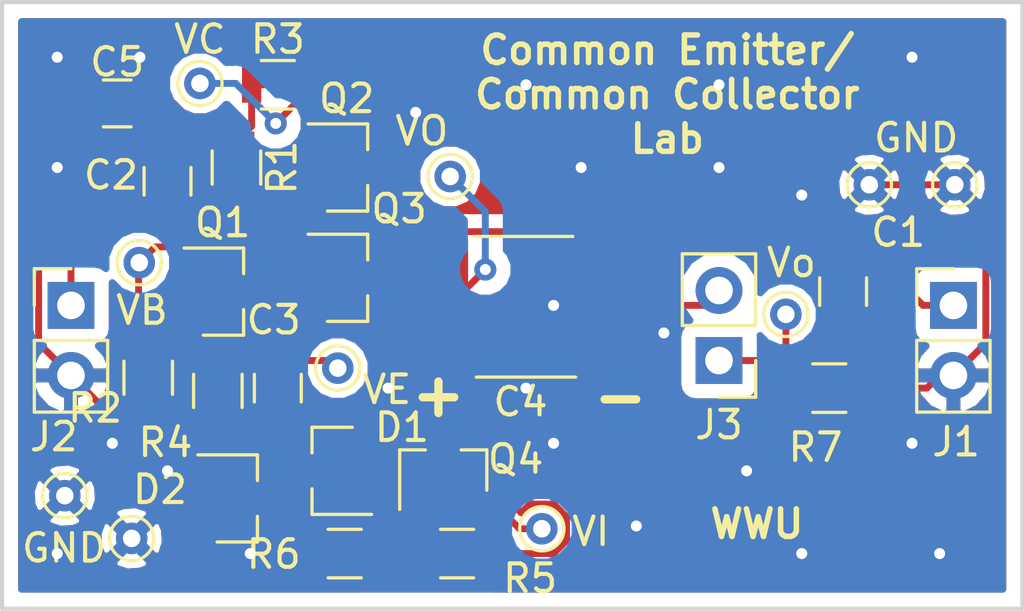
<source format=kicad_pcb>
(kicad_pcb (version 20171130) (host pcbnew 5.0-dev-unknown-997d4de~62~ubuntu17.10.1)

  (general
    (thickness 1.6)
    (drawings 11)
    (tracks 196)
    (zones 0)
    (modules 31)
    (nets 14)
  )

  (page USLetter)
  (title_block
    (title "CE/CC Lab Daughter Board")
    (date 2018-02-22)
    (rev 0.1)
    (company WWU)
    (comment 1 "Rob Frohne")
  )

  (layers
    (0 F.Cu signal)
    (31 B.Cu signal)
    (32 B.Adhes user)
    (33 F.Adhes user)
    (34 B.Paste user)
    (35 F.Paste user)
    (36 B.SilkS user)
    (37 F.SilkS user)
    (38 B.Mask user)
    (39 F.Mask user)
    (40 Dwgs.User user)
    (41 Cmts.User user)
    (42 Eco1.User user)
    (43 Eco2.User user)
    (44 Edge.Cuts user)
    (45 Margin user)
    (46 B.CrtYd user)
    (47 F.CrtYd user)
    (48 B.Fab user)
    (49 F.Fab user hide)
  )

  (setup
    (last_trace_width 0.25)
    (trace_clearance 0.2)
    (zone_clearance 0.508)
    (zone_45_only no)
    (trace_min 0.2)
    (segment_width 0.2)
    (edge_width 0.15)
    (via_size 0.8)
    (via_drill 0.4)
    (via_min_size 0.4)
    (via_min_drill 0.3)
    (uvia_size 0.3)
    (uvia_drill 0.1)
    (uvias_allowed no)
    (uvia_min_size 0.2)
    (uvia_min_drill 0.1)
    (pcb_text_width 0.3)
    (pcb_text_size 1.5 1.5)
    (mod_edge_width 0.15)
    (mod_text_size 1 1)
    (mod_text_width 0.15)
    (pad_size 1.524 1.524)
    (pad_drill 0.762)
    (pad_to_mask_clearance 0.2)
    (aux_axis_origin 0 0)
    (visible_elements FFFFFEFF)
    (pcbplotparams
      (layerselection 0x010fc_ffffffff)
      (usegerberextensions false)
      (usegerberattributes false)
      (usegerberadvancedattributes false)
      (creategerberjobfile false)
      (excludeedgelayer true)
      (linewidth 0.100000)
      (plotframeref false)
      (viasonmask false)
      (mode 1)
      (useauxorigin false)
      (hpglpennumber 1)
      (hpglpenspeed 20)
      (hpglpendiameter 15)
      (psnegative false)
      (psa4output false)
      (plotreference true)
      (plotvalue true)
      (plotinvisibletext false)
      (padsonsilk false)
      (subtractmaskfromsilk false)
      (outputformat 1)
      (mirror false)
      (drillshape 0)
      (scaleselection 1)
      (outputdirectory Gerbers_Daughter/))
  )

  (net 0 "")
  (net 1 GND)
  (net 2 +12V)
  (net 3 "Net-(C3-Pad2)")
  (net 4 "Net-(C4-Pad2)")
  (net 5 "Net-(C4-Pad1)")
  (net 6 "Net-(D1-Pad1)")
  (net 7 "Net-(D1-Pad2)")
  (net 8 "Net-(C2-Pad2)")
  (net 9 "Net-(J3-Pad1)")
  (net 10 "Net-(C2-Pad1)")
  (net 11 "Net-(Q1-Pad3)")
  (net 12 "Net-(Q4-Pad2)")
  (net 13 "Net-(Q2-Pad2)")

  (net_class Default "This is the default net class."
    (clearance 0.2)
    (trace_width 0.25)
    (via_dia 0.8)
    (via_drill 0.4)
    (uvia_dia 0.3)
    (uvia_drill 0.1)
    (add_net +12V)
    (add_net GND)
    (add_net "Net-(C2-Pad1)")
    (add_net "Net-(C2-Pad2)")
    (add_net "Net-(C3-Pad2)")
    (add_net "Net-(C4-Pad1)")
    (add_net "Net-(C4-Pad2)")
    (add_net "Net-(D1-Pad1)")
    (add_net "Net-(D1-Pad2)")
    (add_net "Net-(J3-Pad1)")
    (add_net "Net-(Q1-Pad3)")
    (add_net "Net-(Q2-Pad2)")
    (add_net "Net-(Q4-Pad2)")
  )

  (module Capacitors_SMD:C_1825_HandSoldering (layer F.Cu) (tedit 5A8F5C83) (tstamp 5A8F6178)
    (at 105 91)
    (descr "Capacitor SMD 1825, hand soldering")
    (tags "capacitor 1825")
    (path /5A8F282F)
    (attr smd)
    (fp_text reference C4 (at -0.2 3.5) (layer F.SilkS)
      (effects (font (size 1 1) (thickness 0.15)))
    )
    (fp_text value 33uF (at 0 4.25) (layer F.Fab)
      (effects (font (size 1 1) (thickness 0.15)))
    )
    (fp_line (start -1.8 2.6) (end 1.8 2.6) (layer F.SilkS) (width 0.12))
    (fp_line (start 1.7 -2.5) (end -1.9 -2.5) (layer F.SilkS) (width 0.12))
    (fp_text user %R (at 0 -3.3) (layer F.Fab)
      (effects (font (size 1 1) (thickness 0.15)))
    )
    (pad 2 smd rect (at 3.2 0) (size 2.2 4.7) (layers F.Cu F.Paste F.Mask)
      (net 4 "Net-(C4-Pad2)"))
    (pad 1 smd rect (at -3.2 0) (size 2.2 4.7) (layers F.Cu F.Paste F.Mask)
      (net 5 "Net-(C4-Pad1)"))
    (model Capacitors_SMD.3dshapes/C_1825.wrl
      (at (xyz 0 0 0))
      (scale (xyz 1 1 1))
      (rotate (xyz 0 0 0))
    )
  )

  (module Capacitors_SMD:C_0805 (layer F.Cu) (tedit 58AA8463) (tstamp 5A8F5CA6)
    (at 116.5 90.5 90)
    (descr "Capacitor SMD 0805, reflow soldering, AVX (see smccp.pdf)")
    (tags "capacitor 0805")
    (path /5A8F3AF9)
    (attr smd)
    (fp_text reference C1 (at 2.15 2 180) (layer F.SilkS)
      (effects (font (size 1 1) (thickness 0.15)))
    )
    (fp_text value C (at 0 1.75 90) (layer F.Fab)
      (effects (font (size 1 1) (thickness 0.15)))
    )
    (fp_text user %R (at 0 -1.5 90) (layer F.Fab)
      (effects (font (size 1 1) (thickness 0.15)))
    )
    (fp_line (start -1 0.62) (end -1 -0.62) (layer F.Fab) (width 0.1))
    (fp_line (start 1 0.62) (end -1 0.62) (layer F.Fab) (width 0.1))
    (fp_line (start 1 -0.62) (end 1 0.62) (layer F.Fab) (width 0.1))
    (fp_line (start -1 -0.62) (end 1 -0.62) (layer F.Fab) (width 0.1))
    (fp_line (start 0.5 -0.85) (end -0.5 -0.85) (layer F.SilkS) (width 0.12))
    (fp_line (start -0.5 0.85) (end 0.5 0.85) (layer F.SilkS) (width 0.12))
    (fp_line (start -1.75 -0.88) (end 1.75 -0.88) (layer F.CrtYd) (width 0.05))
    (fp_line (start -1.75 -0.88) (end -1.75 0.87) (layer F.CrtYd) (width 0.05))
    (fp_line (start 1.75 0.87) (end 1.75 -0.88) (layer F.CrtYd) (width 0.05))
    (fp_line (start 1.75 0.87) (end -1.75 0.87) (layer F.CrtYd) (width 0.05))
    (pad 1 smd rect (at -1 0 90) (size 1 1.25) (layers F.Cu F.Paste F.Mask)
      (net 1 GND))
    (pad 2 smd rect (at 1 0 90) (size 1 1.25) (layers F.Cu F.Paste F.Mask)
      (net 2 +12V))
    (model Capacitors_SMD.3dshapes/C_0805.wrl
      (at (xyz 0 0 0))
      (scale (xyz 1 1 1))
      (rotate (xyz 0 0 0))
    )
  )

  (module Capacitors_SMD:C_0805 (layer F.Cu) (tedit 58AA8463) (tstamp 5A8F5B50)
    (at 96 94 90)
    (descr "Capacitor SMD 0805, reflow soldering, AVX (see smccp.pdf)")
    (tags "capacitor 0805")
    (path /5A8F28C9)
    (attr smd)
    (fp_text reference C3 (at 2.475 -0.15 180) (layer F.SilkS)
      (effects (font (size 1 1) (thickness 0.15)))
    )
    (fp_text value C (at 0 1.75 90) (layer F.Fab)
      (effects (font (size 1 1) (thickness 0.15)))
    )
    (fp_line (start 1.75 0.87) (end -1.75 0.87) (layer F.CrtYd) (width 0.05))
    (fp_line (start 1.75 0.87) (end 1.75 -0.88) (layer F.CrtYd) (width 0.05))
    (fp_line (start -1.75 -0.88) (end -1.75 0.87) (layer F.CrtYd) (width 0.05))
    (fp_line (start -1.75 -0.88) (end 1.75 -0.88) (layer F.CrtYd) (width 0.05))
    (fp_line (start -0.5 0.85) (end 0.5 0.85) (layer F.SilkS) (width 0.12))
    (fp_line (start 0.5 -0.85) (end -0.5 -0.85) (layer F.SilkS) (width 0.12))
    (fp_line (start -1 -0.62) (end 1 -0.62) (layer F.Fab) (width 0.1))
    (fp_line (start 1 -0.62) (end 1 0.62) (layer F.Fab) (width 0.1))
    (fp_line (start 1 0.62) (end -1 0.62) (layer F.Fab) (width 0.1))
    (fp_line (start -1 0.62) (end -1 -0.62) (layer F.Fab) (width 0.1))
    (fp_text user %R (at 0 -1.5 90) (layer F.Fab)
      (effects (font (size 1 1) (thickness 0.15)))
    )
    (pad 2 smd rect (at 1 0 90) (size 1 1.25) (layers F.Cu F.Paste F.Mask)
      (net 3 "Net-(C3-Pad2)"))
    (pad 1 smd rect (at -1 0 90) (size 1 1.25) (layers F.Cu F.Paste F.Mask)
      (net 1 GND))
    (model Capacitors_SMD.3dshapes/C_0805.wrl
      (at (xyz 0 0 0))
      (scale (xyz 1 1 1))
      (rotate (xyz 0 0 0))
    )
  )

  (module Diodes_SMD:D_SOT-23_ANK (layer F.Cu) (tedit 587CCEF9) (tstamp 5A8F59D3)
    (at 98 97 180)
    (descr "SOT-23, Single Diode")
    (tags SOT-23)
    (path /5A8F363C)
    (attr smd)
    (fp_text reference D1 (at -2.5 1.575 180) (layer F.SilkS)
      (effects (font (size 1 1) (thickness 0.15)))
    )
    (fp_text value MMBD4148 (at 0 2.5 180) (layer F.Fab)
      (effects (font (size 1 1) (thickness 0.15)))
    )
    (fp_line (start 0.76 1.58) (end -0.7 1.58) (layer F.SilkS) (width 0.12))
    (fp_line (start -0.7 -1.52) (end -0.7 1.52) (layer F.Fab) (width 0.1))
    (fp_line (start -0.7 -1.52) (end 0.7 -1.52) (layer F.Fab) (width 0.1))
    (fp_line (start 0.76 -1.58) (end -1.4 -1.58) (layer F.SilkS) (width 0.12))
    (fp_line (start -1.7 1.75) (end -1.7 -1.75) (layer F.CrtYd) (width 0.05))
    (fp_line (start 1.7 1.75) (end -1.7 1.75) (layer F.CrtYd) (width 0.05))
    (fp_line (start 1.7 -1.75) (end 1.7 1.75) (layer F.CrtYd) (width 0.05))
    (fp_line (start -1.7 -1.75) (end 1.7 -1.75) (layer F.CrtYd) (width 0.05))
    (fp_line (start -0.7 1.52) (end 0.7 1.52) (layer F.Fab) (width 0.1))
    (fp_line (start 0.7 -1.52) (end 0.7 1.52) (layer F.Fab) (width 0.1))
    (fp_line (start 0.76 -1.58) (end 0.76 -0.65) (layer F.SilkS) (width 0.12))
    (fp_line (start 0.76 1.58) (end 0.76 0.65) (layer F.SilkS) (width 0.12))
    (fp_line (start 0.15 -0.65) (end 0.15 -0.25) (layer F.Fab) (width 0.1))
    (fp_line (start 0.15 -0.45) (end 0.4 -0.45) (layer F.Fab) (width 0.1))
    (fp_line (start 0.15 -0.45) (end -0.15 -0.65) (layer F.Fab) (width 0.1))
    (fp_line (start -0.15 -0.65) (end -0.15 -0.25) (layer F.Fab) (width 0.1))
    (fp_line (start -0.15 -0.25) (end 0.15 -0.45) (layer F.Fab) (width 0.1))
    (fp_line (start -0.15 -0.45) (end -0.4 -0.45) (layer F.Fab) (width 0.1))
    (fp_text user %R (at 0 -2.5 180) (layer F.Fab)
      (effects (font (size 1 1) (thickness 0.15)))
    )
    (pad 1 smd rect (at 1 0 180) (size 0.9 0.8) (layers F.Cu F.Paste F.Mask)
      (net 6 "Net-(D1-Pad1)"))
    (pad "" smd rect (at -1 0.95 180) (size 0.9 0.8) (layers F.Cu F.Paste F.Mask))
    (pad 2 smd rect (at -1 -0.95 180) (size 0.9 0.8) (layers F.Cu F.Paste F.Mask)
      (net 7 "Net-(D1-Pad2)"))
    (model ${KISYS3DMOD}/Diodes_SMD.3dshapes/D_SOT-23.wrl
      (at (xyz 0 0 0))
      (scale (xyz 1 1 1))
      (rotate (xyz 0 0 0))
    )
  )

  (module Diodes_SMD:D_SOT-23_ANK (layer F.Cu) (tedit 587CCEF9) (tstamp 5A8F5D7B)
    (at 94.5 98)
    (descr "SOT-23, Single Diode")
    (tags SOT-23)
    (path /5A8F78AE)
    (attr smd)
    (fp_text reference D2 (at -2.775 -0.325) (layer F.SilkS)
      (effects (font (size 1 1) (thickness 0.15)))
    )
    (fp_text value MMBD4148 (at 0 2.5) (layer F.Fab)
      (effects (font (size 1 1) (thickness 0.15)))
    )
    (fp_text user %R (at 0 -2.5) (layer F.Fab)
      (effects (font (size 1 1) (thickness 0.15)))
    )
    (fp_line (start -0.15 -0.45) (end -0.4 -0.45) (layer F.Fab) (width 0.1))
    (fp_line (start -0.15 -0.25) (end 0.15 -0.45) (layer F.Fab) (width 0.1))
    (fp_line (start -0.15 -0.65) (end -0.15 -0.25) (layer F.Fab) (width 0.1))
    (fp_line (start 0.15 -0.45) (end -0.15 -0.65) (layer F.Fab) (width 0.1))
    (fp_line (start 0.15 -0.45) (end 0.4 -0.45) (layer F.Fab) (width 0.1))
    (fp_line (start 0.15 -0.65) (end 0.15 -0.25) (layer F.Fab) (width 0.1))
    (fp_line (start 0.76 1.58) (end 0.76 0.65) (layer F.SilkS) (width 0.12))
    (fp_line (start 0.76 -1.58) (end 0.76 -0.65) (layer F.SilkS) (width 0.12))
    (fp_line (start 0.7 -1.52) (end 0.7 1.52) (layer F.Fab) (width 0.1))
    (fp_line (start -0.7 1.52) (end 0.7 1.52) (layer F.Fab) (width 0.1))
    (fp_line (start -1.7 -1.75) (end 1.7 -1.75) (layer F.CrtYd) (width 0.05))
    (fp_line (start 1.7 -1.75) (end 1.7 1.75) (layer F.CrtYd) (width 0.05))
    (fp_line (start 1.7 1.75) (end -1.7 1.75) (layer F.CrtYd) (width 0.05))
    (fp_line (start -1.7 1.75) (end -1.7 -1.75) (layer F.CrtYd) (width 0.05))
    (fp_line (start 0.76 -1.58) (end -1.4 -1.58) (layer F.SilkS) (width 0.12))
    (fp_line (start -0.7 -1.52) (end 0.7 -1.52) (layer F.Fab) (width 0.1))
    (fp_line (start -0.7 -1.52) (end -0.7 1.52) (layer F.Fab) (width 0.1))
    (fp_line (start 0.76 1.58) (end -0.7 1.58) (layer F.SilkS) (width 0.12))
    (pad 2 smd rect (at -1 -0.95) (size 0.9 0.8) (layers F.Cu F.Paste F.Mask)
      (net 6 "Net-(D1-Pad1)"))
    (pad "" smd rect (at -1 0.95) (size 0.9 0.8) (layers F.Cu F.Paste F.Mask))
    (pad 1 smd rect (at 1 0) (size 0.9 0.8) (layers F.Cu F.Paste F.Mask)
      (net 1 GND))
    (model ${KISYS3DMOD}/Diodes_SMD.3dshapes/D_SOT-23.wrl
      (at (xyz 0 0 0))
      (scale (xyz 1 1 1))
      (rotate (xyz 0 0 0))
    )
  )

  (module Pin_Headers:Pin_Header_Straight_1x02_Pitch2.54mm (layer F.Cu) (tedit 59650532) (tstamp 5A8F6DB2)
    (at 120.5 91)
    (descr "Through hole straight pin header, 1x02, 2.54mm pitch, single row")
    (tags "Through hole pin header THT 1x02 2.54mm single row")
    (path /5A8F3E07)
    (fp_text reference J1 (at 0.1 4.95) (layer F.SilkS)
      (effects (font (size 1 1) (thickness 0.15)))
    )
    (fp_text value "+12V In" (at 0 4.87) (layer F.Fab)
      (effects (font (size 1 1) (thickness 0.15)))
    )
    (fp_text user %R (at 0 1.27 90) (layer F.Fab)
      (effects (font (size 1 1) (thickness 0.15)))
    )
    (fp_line (start 1.8 -1.8) (end -1.8 -1.8) (layer F.CrtYd) (width 0.05))
    (fp_line (start 1.8 4.35) (end 1.8 -1.8) (layer F.CrtYd) (width 0.05))
    (fp_line (start -1.8 4.35) (end 1.8 4.35) (layer F.CrtYd) (width 0.05))
    (fp_line (start -1.8 -1.8) (end -1.8 4.35) (layer F.CrtYd) (width 0.05))
    (fp_line (start -1.33 -1.33) (end 0 -1.33) (layer F.SilkS) (width 0.12))
    (fp_line (start -1.33 0) (end -1.33 -1.33) (layer F.SilkS) (width 0.12))
    (fp_line (start -1.33 1.27) (end 1.33 1.27) (layer F.SilkS) (width 0.12))
    (fp_line (start 1.33 1.27) (end 1.33 3.87) (layer F.SilkS) (width 0.12))
    (fp_line (start -1.33 1.27) (end -1.33 3.87) (layer F.SilkS) (width 0.12))
    (fp_line (start -1.33 3.87) (end 1.33 3.87) (layer F.SilkS) (width 0.12))
    (fp_line (start -1.27 -0.635) (end -0.635 -1.27) (layer F.Fab) (width 0.1))
    (fp_line (start -1.27 3.81) (end -1.27 -0.635) (layer F.Fab) (width 0.1))
    (fp_line (start 1.27 3.81) (end -1.27 3.81) (layer F.Fab) (width 0.1))
    (fp_line (start 1.27 -1.27) (end 1.27 3.81) (layer F.Fab) (width 0.1))
    (fp_line (start -0.635 -1.27) (end 1.27 -1.27) (layer F.Fab) (width 0.1))
    (pad 2 thru_hole oval (at 0 2.54) (size 1.7 1.7) (drill 1) (layers *.Cu *.Mask)
      (net 1 GND))
    (pad 1 thru_hole rect (at 0 0) (size 1.7 1.7) (drill 1) (layers *.Cu *.Mask)
      (net 2 +12V))
    (model ${KISYS3DMOD}/Pin_Headers.3dshapes/Pin_Header_Straight_1x02_Pitch2.54mm.wrl
      (at (xyz 0 0 0))
      (scale (xyz 1 1 1))
      (rotate (xyz 0 0 0))
    )
  )

  (module Pin_Headers:Pin_Header_Straight_1x02_Pitch2.54mm (layer F.Cu) (tedit 59650532) (tstamp 5A8F5C30)
    (at 88.5 91)
    (descr "Through hole straight pin header, 1x02, 2.54mm pitch, single row")
    (tags "Through hole pin header THT 1x02 2.54mm single row")
    (path /5A8F2CF2)
    (fp_text reference J2 (at -0.625 4.765) (layer F.SilkS)
      (effects (font (size 1 1) (thickness 0.15)))
    )
    (fp_text value Vs (at 0 4.87) (layer F.Fab)
      (effects (font (size 1 1) (thickness 0.15)))
    )
    (fp_text user %R (at 0 1.27 90) (layer F.Fab)
      (effects (font (size 1 1) (thickness 0.15)))
    )
    (fp_line (start 1.8 -1.8) (end -1.8 -1.8) (layer F.CrtYd) (width 0.05))
    (fp_line (start 1.8 4.35) (end 1.8 -1.8) (layer F.CrtYd) (width 0.05))
    (fp_line (start -1.8 4.35) (end 1.8 4.35) (layer F.CrtYd) (width 0.05))
    (fp_line (start -1.8 -1.8) (end -1.8 4.35) (layer F.CrtYd) (width 0.05))
    (fp_line (start -1.33 -1.33) (end 0 -1.33) (layer F.SilkS) (width 0.12))
    (fp_line (start -1.33 0) (end -1.33 -1.33) (layer F.SilkS) (width 0.12))
    (fp_line (start -1.33 1.27) (end 1.33 1.27) (layer F.SilkS) (width 0.12))
    (fp_line (start 1.33 1.27) (end 1.33 3.87) (layer F.SilkS) (width 0.12))
    (fp_line (start -1.33 1.27) (end -1.33 3.87) (layer F.SilkS) (width 0.12))
    (fp_line (start -1.33 3.87) (end 1.33 3.87) (layer F.SilkS) (width 0.12))
    (fp_line (start -1.27 -0.635) (end -0.635 -1.27) (layer F.Fab) (width 0.1))
    (fp_line (start -1.27 3.81) (end -1.27 -0.635) (layer F.Fab) (width 0.1))
    (fp_line (start 1.27 3.81) (end -1.27 3.81) (layer F.Fab) (width 0.1))
    (fp_line (start 1.27 -1.27) (end 1.27 3.81) (layer F.Fab) (width 0.1))
    (fp_line (start -0.635 -1.27) (end 1.27 -1.27) (layer F.Fab) (width 0.1))
    (pad 2 thru_hole oval (at 0 2.54) (size 1.7 1.7) (drill 1) (layers *.Cu *.Mask)
      (net 1 GND))
    (pad 1 thru_hole rect (at 0 0) (size 1.7 1.7) (drill 1) (layers *.Cu *.Mask)
      (net 8 "Net-(C2-Pad2)"))
    (model ${KISYS3DMOD}/Pin_Headers.3dshapes/Pin_Header_Straight_1x02_Pitch2.54mm.wrl
      (at (xyz 0 0 0))
      (scale (xyz 1 1 1))
      (rotate (xyz 0 0 0))
    )
  )

  (module Pin_Headers:Pin_Header_Straight_1x02_Pitch2.54mm (layer F.Cu) (tedit 5A8F7A3A) (tstamp 5A8F5B85)
    (at 112 93 180)
    (descr "Through hole straight pin header, 1x02, 2.54mm pitch, single row")
    (tags "Through hole pin header THT 1x02 2.54mm single row")
    (path /5A8F323B)
    (fp_text reference J3 (at 0 -2.33 180) (layer F.SilkS)
      (effects (font (size 1 1) (thickness 0.15)))
    )
    (fp_text value "Load Disconnect" (at 0 4.87 180) (layer F.Fab)
      (effects (font (size 1 1) (thickness 0.15)))
    )
    (fp_line (start -0.635 -1.27) (end 1.27 -1.27) (layer F.Fab) (width 0.1))
    (fp_line (start 1.27 -1.27) (end 1.27 3.81) (layer F.Fab) (width 0.1))
    (fp_line (start 1.27 3.81) (end -1.27 3.81) (layer F.Fab) (width 0.1))
    (fp_line (start -1.27 3.81) (end -1.27 -0.635) (layer F.Fab) (width 0.1))
    (fp_line (start -1.27 -0.635) (end -0.635 -1.27) (layer F.Fab) (width 0.1))
    (fp_line (start -1.33 3.87) (end 1.33 3.87) (layer F.SilkS) (width 0.12))
    (fp_line (start -1.33 1.27) (end -1.33 3.87) (layer F.SilkS) (width 0.12))
    (fp_line (start 1.33 1.27) (end 1.33 3.87) (layer F.SilkS) (width 0.12))
    (fp_line (start -1.33 1.27) (end 1.33 1.27) (layer F.SilkS) (width 0.12))
    (fp_line (start -1.33 0) (end -1.33 -1.33) (layer F.SilkS) (width 0.12))
    (fp_line (start -1.33 -1.33) (end 0 -1.33) (layer F.SilkS) (width 0.12))
    (fp_line (start -1.8 -1.8) (end -1.8 4.35) (layer F.CrtYd) (width 0.05))
    (fp_line (start -1.8 4.35) (end 1.8 4.35) (layer F.CrtYd) (width 0.05))
    (fp_line (start 1.8 4.35) (end 1.8 -1.8) (layer F.CrtYd) (width 0.05))
    (fp_line (start 1.8 -1.8) (end -1.8 -1.8) (layer F.CrtYd) (width 0.05))
    (fp_text user %R (at 0 1.27 270) (layer F.Fab)
      (effects (font (size 1 1) (thickness 0.15)))
    )
    (pad 1 thru_hole rect (at 0 0 180) (size 1.7 1.7) (drill 1) (layers *.Cu *.Mask)
      (net 9 "Net-(J3-Pad1)"))
    (pad 2 thru_hole oval (at 0 2.54 180) (size 1.7 1.7) (drill 1) (layers *.Cu *.Mask)
      (net 4 "Net-(C4-Pad2)"))
    (model ${KISYS3DMOD}/Pin_Headers.3dshapes/Pin_Header_Straight_1x02_Pitch2.54mm.wrl
      (at (xyz 0 0 0))
      (scale (xyz 1 1 1))
      (rotate (xyz 0 0 0))
    )
  )

  (module TO_SOT_Packages_SMD:SOT-23 (layer F.Cu) (tedit 58CE4E7E) (tstamp 5A8F5A49)
    (at 94 90.5)
    (descr "SOT-23, Standard")
    (tags SOT-23)
    (path /5A8F22F5)
    (attr smd)
    (fp_text reference Q1 (at 0 -2.5) (layer F.SilkS)
      (effects (font (size 1 1) (thickness 0.15)))
    )
    (fp_text value MMBT2222A (at 0 2.5) (layer F.Fab)
      (effects (font (size 1 1) (thickness 0.15)))
    )
    (fp_text user %R (at 0 0 90) (layer F.Fab)
      (effects (font (size 0.5 0.5) (thickness 0.075)))
    )
    (fp_line (start -0.7 -0.95) (end -0.7 1.5) (layer F.Fab) (width 0.1))
    (fp_line (start -0.15 -1.52) (end 0.7 -1.52) (layer F.Fab) (width 0.1))
    (fp_line (start -0.7 -0.95) (end -0.15 -1.52) (layer F.Fab) (width 0.1))
    (fp_line (start 0.7 -1.52) (end 0.7 1.52) (layer F.Fab) (width 0.1))
    (fp_line (start -0.7 1.52) (end 0.7 1.52) (layer F.Fab) (width 0.1))
    (fp_line (start 0.76 1.58) (end 0.76 0.65) (layer F.SilkS) (width 0.12))
    (fp_line (start 0.76 -1.58) (end 0.76 -0.65) (layer F.SilkS) (width 0.12))
    (fp_line (start -1.7 -1.75) (end 1.7 -1.75) (layer F.CrtYd) (width 0.05))
    (fp_line (start 1.7 -1.75) (end 1.7 1.75) (layer F.CrtYd) (width 0.05))
    (fp_line (start 1.7 1.75) (end -1.7 1.75) (layer F.CrtYd) (width 0.05))
    (fp_line (start -1.7 1.75) (end -1.7 -1.75) (layer F.CrtYd) (width 0.05))
    (fp_line (start 0.76 -1.58) (end -1.4 -1.58) (layer F.SilkS) (width 0.12))
    (fp_line (start 0.76 1.58) (end -0.7 1.58) (layer F.SilkS) (width 0.12))
    (pad 1 smd rect (at -1 -0.95) (size 0.9 0.8) (layers F.Cu F.Paste F.Mask)
      (net 10 "Net-(C2-Pad1)"))
    (pad 2 smd rect (at -1 0.95) (size 0.9 0.8) (layers F.Cu F.Paste F.Mask)
      (net 3 "Net-(C3-Pad2)"))
    (pad 3 smd rect (at 1 0) (size 0.9 0.8) (layers F.Cu F.Paste F.Mask)
      (net 11 "Net-(Q1-Pad3)"))
    (model ${KISYS3DMOD}/TO_SOT_Packages_SMD.3dshapes/SOT-23.wrl
      (at (xyz 0 0 0))
      (scale (xyz 1 1 1))
      (rotate (xyz 0 0 0))
    )
  )

  (module TO_SOT_Packages_SMD:SOT-23 (layer F.Cu) (tedit 58CE4E7E) (tstamp 5A8F5C6E)
    (at 98.5 86)
    (descr "SOT-23, Standard")
    (tags SOT-23)
    (path /5A8F2319)
    (attr smd)
    (fp_text reference Q2 (at 0 -2.5) (layer F.SilkS)
      (effects (font (size 1 1) (thickness 0.15)))
    )
    (fp_text value MMBT2222A (at 0 2.5) (layer F.Fab)
      (effects (font (size 1 1) (thickness 0.15)))
    )
    (fp_line (start 0.76 1.58) (end -0.7 1.58) (layer F.SilkS) (width 0.12))
    (fp_line (start 0.76 -1.58) (end -1.4 -1.58) (layer F.SilkS) (width 0.12))
    (fp_line (start -1.7 1.75) (end -1.7 -1.75) (layer F.CrtYd) (width 0.05))
    (fp_line (start 1.7 1.75) (end -1.7 1.75) (layer F.CrtYd) (width 0.05))
    (fp_line (start 1.7 -1.75) (end 1.7 1.75) (layer F.CrtYd) (width 0.05))
    (fp_line (start -1.7 -1.75) (end 1.7 -1.75) (layer F.CrtYd) (width 0.05))
    (fp_line (start 0.76 -1.58) (end 0.76 -0.65) (layer F.SilkS) (width 0.12))
    (fp_line (start 0.76 1.58) (end 0.76 0.65) (layer F.SilkS) (width 0.12))
    (fp_line (start -0.7 1.52) (end 0.7 1.52) (layer F.Fab) (width 0.1))
    (fp_line (start 0.7 -1.52) (end 0.7 1.52) (layer F.Fab) (width 0.1))
    (fp_line (start -0.7 -0.95) (end -0.15 -1.52) (layer F.Fab) (width 0.1))
    (fp_line (start -0.15 -1.52) (end 0.7 -1.52) (layer F.Fab) (width 0.1))
    (fp_line (start -0.7 -0.95) (end -0.7 1.5) (layer F.Fab) (width 0.1))
    (fp_text user %R (at 0 0 90) (layer F.Fab)
      (effects (font (size 0.5 0.5) (thickness 0.075)))
    )
    (pad 3 smd rect (at 1 0) (size 0.9 0.8) (layers F.Cu F.Paste F.Mask)
      (net 2 +12V))
    (pad 2 smd rect (at -1 0.95) (size 0.9 0.8) (layers F.Cu F.Paste F.Mask)
      (net 13 "Net-(Q2-Pad2)"))
    (pad 1 smd rect (at -1 -0.95) (size 0.9 0.8) (layers F.Cu F.Paste F.Mask)
      (net 11 "Net-(Q1-Pad3)"))
    (model ${KISYS3DMOD}/TO_SOT_Packages_SMD.3dshapes/SOT-23.wrl
      (at (xyz 0 0 0))
      (scale (xyz 1 1 1))
      (rotate (xyz 0 0 0))
    )
  )

  (module TO_SOT_Packages_SMD:SOT-23 (layer F.Cu) (tedit 58CE4E7E) (tstamp 5A8F5BC3)
    (at 98.5 90)
    (descr "SOT-23, Standard")
    (tags SOT-23)
    (path /5A8F236B)
    (attr smd)
    (fp_text reference Q3 (at 1.9 -2.5) (layer F.SilkS)
      (effects (font (size 1 1) (thickness 0.15)))
    )
    (fp_text value MMBT2222A (at 0 2.5) (layer F.Fab)
      (effects (font (size 1 1) (thickness 0.15)))
    )
    (fp_text user %R (at 0 0 90) (layer F.Fab)
      (effects (font (size 0.5 0.5) (thickness 0.075)))
    )
    (fp_line (start -0.7 -0.95) (end -0.7 1.5) (layer F.Fab) (width 0.1))
    (fp_line (start -0.15 -1.52) (end 0.7 -1.52) (layer F.Fab) (width 0.1))
    (fp_line (start -0.7 -0.95) (end -0.15 -1.52) (layer F.Fab) (width 0.1))
    (fp_line (start 0.7 -1.52) (end 0.7 1.52) (layer F.Fab) (width 0.1))
    (fp_line (start -0.7 1.52) (end 0.7 1.52) (layer F.Fab) (width 0.1))
    (fp_line (start 0.76 1.58) (end 0.76 0.65) (layer F.SilkS) (width 0.12))
    (fp_line (start 0.76 -1.58) (end 0.76 -0.65) (layer F.SilkS) (width 0.12))
    (fp_line (start -1.7 -1.75) (end 1.7 -1.75) (layer F.CrtYd) (width 0.05))
    (fp_line (start 1.7 -1.75) (end 1.7 1.75) (layer F.CrtYd) (width 0.05))
    (fp_line (start 1.7 1.75) (end -1.7 1.75) (layer F.CrtYd) (width 0.05))
    (fp_line (start -1.7 1.75) (end -1.7 -1.75) (layer F.CrtYd) (width 0.05))
    (fp_line (start 0.76 -1.58) (end -1.4 -1.58) (layer F.SilkS) (width 0.12))
    (fp_line (start 0.76 1.58) (end -0.7 1.58) (layer F.SilkS) (width 0.12))
    (pad 1 smd rect (at -1 -0.95) (size 0.9 0.8) (layers F.Cu F.Paste F.Mask)
      (net 13 "Net-(Q2-Pad2)"))
    (pad 2 smd rect (at -1 0.95) (size 0.9 0.8) (layers F.Cu F.Paste F.Mask)
      (net 5 "Net-(C4-Pad1)"))
    (pad 3 smd rect (at 1 0) (size 0.9 0.8) (layers F.Cu F.Paste F.Mask)
      (net 2 +12V))
    (model ${KISYS3DMOD}/TO_SOT_Packages_SMD.3dshapes/SOT-23.wrl
      (at (xyz 0 0 0))
      (scale (xyz 1 1 1))
      (rotate (xyz 0 0 0))
    )
  )

  (module TO_SOT_Packages_SMD:SOT-23 (layer F.Cu) (tedit 58CE4E7E) (tstamp 5A8F5D0A)
    (at 102 97 90)
    (descr "SOT-23, Standard")
    (tags SOT-23)
    (path /5A8F23BD)
    (attr smd)
    (fp_text reference Q4 (at 0.425 2.625 180) (layer F.SilkS)
      (effects (font (size 1 1) (thickness 0.15)))
    )
    (fp_text value MMBT2222A (at 0 2.5 90) (layer F.Fab)
      (effects (font (size 1 1) (thickness 0.15)))
    )
    (fp_line (start 0.76 1.58) (end -0.7 1.58) (layer F.SilkS) (width 0.12))
    (fp_line (start 0.76 -1.58) (end -1.4 -1.58) (layer F.SilkS) (width 0.12))
    (fp_line (start -1.7 1.75) (end -1.7 -1.75) (layer F.CrtYd) (width 0.05))
    (fp_line (start 1.7 1.75) (end -1.7 1.75) (layer F.CrtYd) (width 0.05))
    (fp_line (start 1.7 -1.75) (end 1.7 1.75) (layer F.CrtYd) (width 0.05))
    (fp_line (start -1.7 -1.75) (end 1.7 -1.75) (layer F.CrtYd) (width 0.05))
    (fp_line (start 0.76 -1.58) (end 0.76 -0.65) (layer F.SilkS) (width 0.12))
    (fp_line (start 0.76 1.58) (end 0.76 0.65) (layer F.SilkS) (width 0.12))
    (fp_line (start -0.7 1.52) (end 0.7 1.52) (layer F.Fab) (width 0.1))
    (fp_line (start 0.7 -1.52) (end 0.7 1.52) (layer F.Fab) (width 0.1))
    (fp_line (start -0.7 -0.95) (end -0.15 -1.52) (layer F.Fab) (width 0.1))
    (fp_line (start -0.15 -1.52) (end 0.7 -1.52) (layer F.Fab) (width 0.1))
    (fp_line (start -0.7 -0.95) (end -0.7 1.5) (layer F.Fab) (width 0.1))
    (fp_text user %R (at 0 0 180) (layer F.Fab)
      (effects (font (size 0.5 0.5) (thickness 0.075)))
    )
    (pad 3 smd rect (at 1 0 90) (size 0.9 0.8) (layers F.Cu F.Paste F.Mask)
      (net 5 "Net-(C4-Pad1)"))
    (pad 2 smd rect (at -1 0.95 90) (size 0.9 0.8) (layers F.Cu F.Paste F.Mask)
      (net 12 "Net-(Q4-Pad2)"))
    (pad 1 smd rect (at -1 -0.95 90) (size 0.9 0.8) (layers F.Cu F.Paste F.Mask)
      (net 7 "Net-(D1-Pad2)"))
    (model ${KISYS3DMOD}/TO_SOT_Packages_SMD.3dshapes/SOT-23.wrl
      (at (xyz 0 0 0))
      (scale (xyz 1 1 1))
      (rotate (xyz 0 0 0))
    )
  )

  (module Resistors_SMD:R_0805 (layer F.Cu) (tedit 58E0A804) (tstamp 5A8F599A)
    (at 94.5 86 270)
    (descr "Resistor SMD 0805, reflow soldering, Vishay (see dcrcw.pdf)")
    (tags "resistor 0805")
    (path /5A8F247D)
    (attr smd)
    (fp_text reference R1 (at 0 -1.65 270) (layer F.SilkS)
      (effects (font (size 1 1) (thickness 0.15)))
    )
    (fp_text value R (at 0 1.75 270) (layer F.Fab)
      (effects (font (size 1 1) (thickness 0.15)))
    )
    (fp_line (start 1.55 0.9) (end -1.55 0.9) (layer F.CrtYd) (width 0.05))
    (fp_line (start 1.55 0.9) (end 1.55 -0.9) (layer F.CrtYd) (width 0.05))
    (fp_line (start -1.55 -0.9) (end -1.55 0.9) (layer F.CrtYd) (width 0.05))
    (fp_line (start -1.55 -0.9) (end 1.55 -0.9) (layer F.CrtYd) (width 0.05))
    (fp_line (start -0.6 -0.88) (end 0.6 -0.88) (layer F.SilkS) (width 0.12))
    (fp_line (start 0.6 0.88) (end -0.6 0.88) (layer F.SilkS) (width 0.12))
    (fp_line (start -1 -0.62) (end 1 -0.62) (layer F.Fab) (width 0.1))
    (fp_line (start 1 -0.62) (end 1 0.62) (layer F.Fab) (width 0.1))
    (fp_line (start 1 0.62) (end -1 0.62) (layer F.Fab) (width 0.1))
    (fp_line (start -1 0.62) (end -1 -0.62) (layer F.Fab) (width 0.1))
    (fp_text user %R (at 0 0 270) (layer F.Fab)
      (effects (font (size 0.5 0.5) (thickness 0.075)))
    )
    (pad 2 smd rect (at 0.95 0 270) (size 0.7 1.3) (layers F.Cu F.Paste F.Mask)
      (net 10 "Net-(C2-Pad1)"))
    (pad 1 smd rect (at -0.95 0 270) (size 0.7 1.3) (layers F.Cu F.Paste F.Mask)
      (net 2 +12V))
    (model ${KISYS3DMOD}/Resistors_SMD.3dshapes/R_0805.wrl
      (at (xyz 0 0 0))
      (scale (xyz 1 1 1))
      (rotate (xyz 0 0 0))
    )
  )

  (module Resistors_SMD:R_0805 (layer F.Cu) (tedit 58E0A804) (tstamp 5A8F5BFB)
    (at 91.3 93.625 270)
    (descr "Resistor SMD 0805, reflow soldering, Vishay (see dcrcw.pdf)")
    (tags "resistor 0805")
    (path /5A8F24AD)
    (attr smd)
    (fp_text reference R2 (at 1.1 1.925) (layer F.SilkS)
      (effects (font (size 1 1) (thickness 0.15)))
    )
    (fp_text value R (at 0 1.75 270) (layer F.Fab)
      (effects (font (size 1 1) (thickness 0.15)))
    )
    (fp_text user %R (at 0 0 270) (layer F.Fab)
      (effects (font (size 0.5 0.5) (thickness 0.075)))
    )
    (fp_line (start -1 0.62) (end -1 -0.62) (layer F.Fab) (width 0.1))
    (fp_line (start 1 0.62) (end -1 0.62) (layer F.Fab) (width 0.1))
    (fp_line (start 1 -0.62) (end 1 0.62) (layer F.Fab) (width 0.1))
    (fp_line (start -1 -0.62) (end 1 -0.62) (layer F.Fab) (width 0.1))
    (fp_line (start 0.6 0.88) (end -0.6 0.88) (layer F.SilkS) (width 0.12))
    (fp_line (start -0.6 -0.88) (end 0.6 -0.88) (layer F.SilkS) (width 0.12))
    (fp_line (start -1.55 -0.9) (end 1.55 -0.9) (layer F.CrtYd) (width 0.05))
    (fp_line (start -1.55 -0.9) (end -1.55 0.9) (layer F.CrtYd) (width 0.05))
    (fp_line (start 1.55 0.9) (end 1.55 -0.9) (layer F.CrtYd) (width 0.05))
    (fp_line (start 1.55 0.9) (end -1.55 0.9) (layer F.CrtYd) (width 0.05))
    (pad 1 smd rect (at -0.95 0 270) (size 0.7 1.3) (layers F.Cu F.Paste F.Mask)
      (net 10 "Net-(C2-Pad1)"))
    (pad 2 smd rect (at 0.95 0 270) (size 0.7 1.3) (layers F.Cu F.Paste F.Mask)
      (net 1 GND))
    (model ${KISYS3DMOD}/Resistors_SMD.3dshapes/R_0805.wrl
      (at (xyz 0 0 0))
      (scale (xyz 1 1 1))
      (rotate (xyz 0 0 0))
    )
  )

  (module Resistors_SMD:R_0805 (layer F.Cu) (tedit 58E0A804) (tstamp 5A8F5AB1)
    (at 96 83)
    (descr "Resistor SMD 0805, reflow soldering, Vishay (see dcrcw.pdf)")
    (tags "resistor 0805")
    (path /5A8F2425)
    (attr smd)
    (fp_text reference R3 (at 0 -1.65) (layer F.SilkS)
      (effects (font (size 1 1) (thickness 0.15)))
    )
    (fp_text value R (at 0 1.75) (layer F.Fab)
      (effects (font (size 1 1) (thickness 0.15)))
    )
    (fp_line (start 1.55 0.9) (end -1.55 0.9) (layer F.CrtYd) (width 0.05))
    (fp_line (start 1.55 0.9) (end 1.55 -0.9) (layer F.CrtYd) (width 0.05))
    (fp_line (start -1.55 -0.9) (end -1.55 0.9) (layer F.CrtYd) (width 0.05))
    (fp_line (start -1.55 -0.9) (end 1.55 -0.9) (layer F.CrtYd) (width 0.05))
    (fp_line (start -0.6 -0.88) (end 0.6 -0.88) (layer F.SilkS) (width 0.12))
    (fp_line (start 0.6 0.88) (end -0.6 0.88) (layer F.SilkS) (width 0.12))
    (fp_line (start -1 -0.62) (end 1 -0.62) (layer F.Fab) (width 0.1))
    (fp_line (start 1 -0.62) (end 1 0.62) (layer F.Fab) (width 0.1))
    (fp_line (start 1 0.62) (end -1 0.62) (layer F.Fab) (width 0.1))
    (fp_line (start -1 0.62) (end -1 -0.62) (layer F.Fab) (width 0.1))
    (fp_text user %R (at 0 0) (layer F.Fab)
      (effects (font (size 0.5 0.5) (thickness 0.075)))
    )
    (pad 2 smd rect (at 0.95 0) (size 0.7 1.3) (layers F.Cu F.Paste F.Mask)
      (net 11 "Net-(Q1-Pad3)"))
    (pad 1 smd rect (at -0.95 0) (size 0.7 1.3) (layers F.Cu F.Paste F.Mask)
      (net 2 +12V))
    (model ${KISYS3DMOD}/Resistors_SMD.3dshapes/R_0805.wrl
      (at (xyz 0 0 0))
      (scale (xyz 1 1 1))
      (rotate (xyz 0 0 0))
    )
  )

  (module Resistors_SMD:R_0805 (layer F.Cu) (tedit 58E0A804) (tstamp 5A8F5CD6)
    (at 93.825 94.1 270)
    (descr "Resistor SMD 0805, reflow soldering, Vishay (see dcrcw.pdf)")
    (tags "resistor 0805")
    (path /5A8F2447)
    (attr smd)
    (fp_text reference R4 (at 1.875 1.9) (layer F.SilkS)
      (effects (font (size 1 1) (thickness 0.15)))
    )
    (fp_text value R (at 0 1.75 270) (layer F.Fab)
      (effects (font (size 1 1) (thickness 0.15)))
    )
    (fp_text user %R (at 0 0 270) (layer F.Fab)
      (effects (font (size 0.5 0.5) (thickness 0.075)))
    )
    (fp_line (start -1 0.62) (end -1 -0.62) (layer F.Fab) (width 0.1))
    (fp_line (start 1 0.62) (end -1 0.62) (layer F.Fab) (width 0.1))
    (fp_line (start 1 -0.62) (end 1 0.62) (layer F.Fab) (width 0.1))
    (fp_line (start -1 -0.62) (end 1 -0.62) (layer F.Fab) (width 0.1))
    (fp_line (start 0.6 0.88) (end -0.6 0.88) (layer F.SilkS) (width 0.12))
    (fp_line (start -0.6 -0.88) (end 0.6 -0.88) (layer F.SilkS) (width 0.12))
    (fp_line (start -1.55 -0.9) (end 1.55 -0.9) (layer F.CrtYd) (width 0.05))
    (fp_line (start -1.55 -0.9) (end -1.55 0.9) (layer F.CrtYd) (width 0.05))
    (fp_line (start 1.55 0.9) (end 1.55 -0.9) (layer F.CrtYd) (width 0.05))
    (fp_line (start 1.55 0.9) (end -1.55 0.9) (layer F.CrtYd) (width 0.05))
    (pad 1 smd rect (at -0.95 0 270) (size 0.7 1.3) (layers F.Cu F.Paste F.Mask)
      (net 3 "Net-(C3-Pad2)"))
    (pad 2 smd rect (at 0.95 0 270) (size 0.7 1.3) (layers F.Cu F.Paste F.Mask)
      (net 1 GND))
    (model ${KISYS3DMOD}/Resistors_SMD.3dshapes/R_0805.wrl
      (at (xyz 0 0 0))
      (scale (xyz 1 1 1))
      (rotate (xyz 0 0 0))
    )
  )

  (module Resistors_SMD:R_0805 (layer F.Cu) (tedit 58E0A804) (tstamp 5A8F5A15)
    (at 102.5 100 180)
    (descr "Resistor SMD 0805, reflow soldering, Vishay (see dcrcw.pdf)")
    (tags "resistor 0805")
    (path /5A8F24F5)
    (attr smd)
    (fp_text reference R5 (at -2.65 -0.9 180) (layer F.SilkS)
      (effects (font (size 1 1) (thickness 0.15)))
    )
    (fp_text value R (at 0 1.75 180) (layer F.Fab)
      (effects (font (size 1 1) (thickness 0.15)))
    )
    (fp_line (start 1.55 0.9) (end -1.55 0.9) (layer F.CrtYd) (width 0.05))
    (fp_line (start 1.55 0.9) (end 1.55 -0.9) (layer F.CrtYd) (width 0.05))
    (fp_line (start -1.55 -0.9) (end -1.55 0.9) (layer F.CrtYd) (width 0.05))
    (fp_line (start -1.55 -0.9) (end 1.55 -0.9) (layer F.CrtYd) (width 0.05))
    (fp_line (start -0.6 -0.88) (end 0.6 -0.88) (layer F.SilkS) (width 0.12))
    (fp_line (start 0.6 0.88) (end -0.6 0.88) (layer F.SilkS) (width 0.12))
    (fp_line (start -1 -0.62) (end 1 -0.62) (layer F.Fab) (width 0.1))
    (fp_line (start 1 -0.62) (end 1 0.62) (layer F.Fab) (width 0.1))
    (fp_line (start 1 0.62) (end -1 0.62) (layer F.Fab) (width 0.1))
    (fp_line (start -1 0.62) (end -1 -0.62) (layer F.Fab) (width 0.1))
    (fp_text user %R (at 0 0 180) (layer F.Fab)
      (effects (font (size 0.5 0.5) (thickness 0.075)))
    )
    (pad 2 smd rect (at 0.95 0 180) (size 0.7 1.3) (layers F.Cu F.Paste F.Mask)
      (net 7 "Net-(D1-Pad2)"))
    (pad 1 smd rect (at -0.95 0 180) (size 0.7 1.3) (layers F.Cu F.Paste F.Mask)
      (net 2 +12V))
    (model ${KISYS3DMOD}/Resistors_SMD.3dshapes/R_0805.wrl
      (at (xyz 0 0 0))
      (scale (xyz 1 1 1))
      (rotate (xyz 0 0 0))
    )
  )

  (module Resistors_SMD:R_0805 (layer F.Cu) (tedit 58E0A804) (tstamp 5A8F5D42)
    (at 98.425 100 180)
    (descr "Resistor SMD 0805, reflow soldering, Vishay (see dcrcw.pdf)")
    (tags "resistor 0805")
    (path /5A8F2551)
    (attr smd)
    (fp_text reference R6 (at 2.575 -0.025 180) (layer F.SilkS)
      (effects (font (size 1 1) (thickness 0.15)))
    )
    (fp_text value R (at 0 1.75 180) (layer F.Fab)
      (effects (font (size 1 1) (thickness 0.15)))
    )
    (fp_text user %R (at 0 0 180) (layer F.Fab)
      (effects (font (size 0.5 0.5) (thickness 0.075)))
    )
    (fp_line (start -1 0.62) (end -1 -0.62) (layer F.Fab) (width 0.1))
    (fp_line (start 1 0.62) (end -1 0.62) (layer F.Fab) (width 0.1))
    (fp_line (start 1 -0.62) (end 1 0.62) (layer F.Fab) (width 0.1))
    (fp_line (start -1 -0.62) (end 1 -0.62) (layer F.Fab) (width 0.1))
    (fp_line (start 0.6 0.88) (end -0.6 0.88) (layer F.SilkS) (width 0.12))
    (fp_line (start -0.6 -0.88) (end 0.6 -0.88) (layer F.SilkS) (width 0.12))
    (fp_line (start -1.55 -0.9) (end 1.55 -0.9) (layer F.CrtYd) (width 0.05))
    (fp_line (start -1.55 -0.9) (end -1.55 0.9) (layer F.CrtYd) (width 0.05))
    (fp_line (start 1.55 0.9) (end 1.55 -0.9) (layer F.CrtYd) (width 0.05))
    (fp_line (start 1.55 0.9) (end -1.55 0.9) (layer F.CrtYd) (width 0.05))
    (pad 1 smd rect (at -0.95 0 180) (size 0.7 1.3) (layers F.Cu F.Paste F.Mask)
      (net 12 "Net-(Q4-Pad2)"))
    (pad 2 smd rect (at 0.95 0 180) (size 0.7 1.3) (layers F.Cu F.Paste F.Mask)
      (net 1 GND))
    (model ${KISYS3DMOD}/Resistors_SMD.3dshapes/R_0805.wrl
      (at (xyz 0 0 0))
      (scale (xyz 1 1 1))
      (rotate (xyz 0 0 0))
    )
  )

  (module Resistors_SMD:R_0805 (layer F.Cu) (tedit 58E0A804) (tstamp 5A8F5A81)
    (at 116 94)
    (descr "Resistor SMD 0805, reflow soldering, Vishay (see dcrcw.pdf)")
    (tags "resistor 0805")
    (path /5A8F267D)
    (attr smd)
    (fp_text reference R7 (at -0.5 2.15) (layer F.SilkS)
      (effects (font (size 1 1) (thickness 0.15)))
    )
    (fp_text value R (at 0 1.75) (layer F.Fab)
      (effects (font (size 1 1) (thickness 0.15)))
    )
    (fp_line (start 1.55 0.9) (end -1.55 0.9) (layer F.CrtYd) (width 0.05))
    (fp_line (start 1.55 0.9) (end 1.55 -0.9) (layer F.CrtYd) (width 0.05))
    (fp_line (start -1.55 -0.9) (end -1.55 0.9) (layer F.CrtYd) (width 0.05))
    (fp_line (start -1.55 -0.9) (end 1.55 -0.9) (layer F.CrtYd) (width 0.05))
    (fp_line (start -0.6 -0.88) (end 0.6 -0.88) (layer F.SilkS) (width 0.12))
    (fp_line (start 0.6 0.88) (end -0.6 0.88) (layer F.SilkS) (width 0.12))
    (fp_line (start -1 -0.62) (end 1 -0.62) (layer F.Fab) (width 0.1))
    (fp_line (start 1 -0.62) (end 1 0.62) (layer F.Fab) (width 0.1))
    (fp_line (start 1 0.62) (end -1 0.62) (layer F.Fab) (width 0.1))
    (fp_line (start -1 0.62) (end -1 -0.62) (layer F.Fab) (width 0.1))
    (fp_text user %R (at 0 0) (layer F.Fab)
      (effects (font (size 0.5 0.5) (thickness 0.075)))
    )
    (pad 2 smd rect (at 0.95 0) (size 0.7 1.3) (layers F.Cu F.Paste F.Mask)
      (net 1 GND))
    (pad 1 smd rect (at -0.95 0) (size 0.7 1.3) (layers F.Cu F.Paste F.Mask)
      (net 9 "Net-(J3-Pad1)"))
    (model ${KISYS3DMOD}/Resistors_SMD.3dshapes/R_0805.wrl
      (at (xyz 0 0 0))
      (scale (xyz 1 1 1))
      (rotate (xyz 0 0 0))
    )
  )

  (module Capacitors_SMD:C_0805 (layer F.Cu) (tedit 58AA8463) (tstamp 5A8F5F07)
    (at 92 86.5 90)
    (descr "Capacitor SMD 0805, reflow soldering, AVX (see smccp.pdf)")
    (tags "capacitor 0805")
    (path /5A8F2701)
    (attr smd)
    (fp_text reference C2 (at 0.225 -2.05) (layer F.SilkS)
      (effects (font (size 1 1) (thickness 0.15)))
    )
    (fp_text value C (at 0 1.75 90) (layer F.Fab)
      (effects (font (size 1 1) (thickness 0.15)))
    )
    (fp_line (start 1.75 0.87) (end -1.75 0.87) (layer F.CrtYd) (width 0.05))
    (fp_line (start 1.75 0.87) (end 1.75 -0.88) (layer F.CrtYd) (width 0.05))
    (fp_line (start -1.75 -0.88) (end -1.75 0.87) (layer F.CrtYd) (width 0.05))
    (fp_line (start -1.75 -0.88) (end 1.75 -0.88) (layer F.CrtYd) (width 0.05))
    (fp_line (start -0.5 0.85) (end 0.5 0.85) (layer F.SilkS) (width 0.12))
    (fp_line (start 0.5 -0.85) (end -0.5 -0.85) (layer F.SilkS) (width 0.12))
    (fp_line (start -1 -0.62) (end 1 -0.62) (layer F.Fab) (width 0.1))
    (fp_line (start 1 -0.62) (end 1 0.62) (layer F.Fab) (width 0.1))
    (fp_line (start 1 0.62) (end -1 0.62) (layer F.Fab) (width 0.1))
    (fp_line (start -1 0.62) (end -1 -0.62) (layer F.Fab) (width 0.1))
    (fp_text user %R (at 0 -1.5 90) (layer F.Fab)
      (effects (font (size 1 1) (thickness 0.15)))
    )
    (pad 2 smd rect (at 1 0 90) (size 1 1.25) (layers F.Cu F.Paste F.Mask)
      (net 8 "Net-(C2-Pad2)"))
    (pad 1 smd rect (at -1 0 90) (size 1 1.25) (layers F.Cu F.Paste F.Mask)
      (net 10 "Net-(C2-Pad1)"))
    (model Capacitors_SMD.3dshapes/C_0805.wrl
      (at (xyz 0 0 0))
      (scale (xyz 1 1 1))
      (rotate (xyz 0 0 0))
    )
  )

  (module Connectors:PINTST (layer F.Cu) (tedit 5A8F787E) (tstamp 5A8F6CA3)
    (at 117.45 86.625)
    (descr "module 1 pin (ou trou mecanique de percage)")
    (tags DEV)
    (path /5A8F9A73)
    (fp_text reference GND (at 0 -1.6) (layer F.SilkS) hide
      (effects (font (size 1 1) (thickness 0.15)))
    )
    (fp_text value GND (at 0 1.6) (layer F.Fab)
      (effects (font (size 1 1) (thickness 0.15)))
    )
    (fp_circle (center 0 0) (end -0.254 -0.762) (layer F.SilkS) (width 0.12))
    (fp_circle (center 0 0) (end 0.4 0.6) (layer F.Fab) (width 0.1))
    (fp_circle (center 0 0) (end 1.1 0) (layer F.CrtYd) (width 0.05))
    (pad 1 thru_hole circle (at 0 0) (size 1.143 1.143) (drill 0.635) (layers *.Cu *.Mask)
      (net 1 GND))
    (model ${KISYS3DMOD}/Connectors.3dshapes/PINTST.wrl
      (at (xyz 0 0 0))
      (scale (xyz 1 1 1))
      (rotate (xyz 0 0 0))
    )
  )

  (module Connectors:PINTST (layer F.Cu) (tedit 5A8F75B3) (tstamp 5A8F6C79)
    (at 120.55 86.625)
    (descr "module 1 pin (ou trou mecanique de percage)")
    (tags DEV)
    (path /5A8F9223)
    (fp_text reference GND (at -1.4 -1.7) (layer F.SilkS)
      (effects (font (size 1 1) (thickness 0.15)))
    )
    (fp_text value GND (at 0 1.6) (layer F.Fab)
      (effects (font (size 1 1) (thickness 0.15)))
    )
    (fp_circle (center 0 0) (end 1.1 0) (layer F.CrtYd) (width 0.05))
    (fp_circle (center 0 0) (end 0.4 0.6) (layer F.Fab) (width 0.1))
    (fp_circle (center 0 0) (end -0.254 -0.762) (layer F.SilkS) (width 0.12))
    (pad 1 thru_hole circle (at 0 0) (size 1.143 1.143) (drill 0.635) (layers *.Cu *.Mask)
      (net 1 GND))
    (model ${KISYS3DMOD}/Connectors.3dshapes/PINTST.wrl
      (at (xyz 0 0 0))
      (scale (xyz 1 1 1))
      (rotate (xyz 0 0 0))
    )
  )

  (module Connectors:PINTST (layer F.Cu) (tedit 5A8F7511) (tstamp 5A8F6CB8)
    (at 90.975 89.45)
    (descr "module 1 pin (ou trou mecanique de percage)")
    (tags DEV)
    (path /5A8F8C8A)
    (fp_text reference VB (at 0.1 1.725) (layer F.SilkS)
      (effects (font (size 1 1) (thickness 0.15)))
    )
    (fp_text value VB (at 0 1.6) (layer F.Fab)
      (effects (font (size 1 1) (thickness 0.15)))
    )
    (fp_circle (center 0 0) (end -0.254 -0.762) (layer F.SilkS) (width 0.12))
    (fp_circle (center 0 0) (end 0.4 0.6) (layer F.Fab) (width 0.1))
    (fp_circle (center 0 0) (end 1.1 0) (layer F.CrtYd) (width 0.05))
    (pad 1 thru_hole circle (at 0 0) (size 1.143 1.143) (drill 0.635) (layers *.Cu *.Mask)
      (net 10 "Net-(C2-Pad1)"))
    (model ${KISYS3DMOD}/Connectors.3dshapes/PINTST.wrl
      (at (xyz 0 0 0))
      (scale (xyz 1 1 1))
      (rotate (xyz 0 0 0))
    )
  )

  (module Connectors:PINTST (layer F.Cu) (tedit 5A8F767C) (tstamp 5A8F6CE2)
    (at 98.175 93.275)
    (descr "module 1 pin (ou trou mecanique de percage)")
    (tags DEV)
    (path /5A8F899A)
    (fp_text reference VE (at 1.775 0.775) (layer F.SilkS)
      (effects (font (size 1 1) (thickness 0.15)))
    )
    (fp_text value VE (at 0 1.6) (layer F.Fab)
      (effects (font (size 1 1) (thickness 0.15)))
    )
    (fp_circle (center 0 0) (end 1.1 0) (layer F.CrtYd) (width 0.05))
    (fp_circle (center 0 0) (end 0.4 0.6) (layer F.Fab) (width 0.1))
    (fp_circle (center 0 0) (end -0.254 -0.762) (layer F.SilkS) (width 0.12))
    (pad 1 thru_hole circle (at 0 0) (size 1.143 1.143) (drill 0.635) (layers *.Cu *.Mask)
      (net 3 "Net-(C3-Pad2)"))
    (model ${KISYS3DMOD}/Connectors.3dshapes/PINTST.wrl
      (at (xyz 0 0 0))
      (scale (xyz 1 1 1))
      (rotate (xyz 0 0 0))
    )
  )

  (module Connectors:PINTST (layer F.Cu) (tedit 5A8F752B) (tstamp 5A8F6C64)
    (at 93.175 82.95)
    (descr "module 1 pin (ou trou mecanique de percage)")
    (tags DEV)
    (path /5A8F8820)
    (fp_text reference VC (at 0 -1.6) (layer F.SilkS)
      (effects (font (size 1 1) (thickness 0.15)))
    )
    (fp_text value VC (at 0 1.6) (layer F.Fab)
      (effects (font (size 1 1) (thickness 0.15)))
    )
    (fp_circle (center 0 0) (end -0.254 -0.762) (layer F.SilkS) (width 0.12))
    (fp_circle (center 0 0) (end 0.4 0.6) (layer F.Fab) (width 0.1))
    (fp_circle (center 0 0) (end 1.1 0) (layer F.CrtYd) (width 0.05))
    (pad 1 thru_hole circle (at 0 0) (size 1.143 1.143) (drill 0.635) (layers *.Cu *.Mask)
      (net 11 "Net-(Q1-Pad3)"))
    (model ${KISYS3DMOD}/Connectors.3dshapes/PINTST.wrl
      (at (xyz 0 0 0))
      (scale (xyz 1 1 1))
      (rotate (xyz 0 0 0))
    )
  )

  (module Connectors:PINTST (layer F.Cu) (tedit 5A8F740B) (tstamp 5A8F6CCD)
    (at 105.575 99.1)
    (descr "module 1 pin (ou trou mecanique de percage)")
    (tags DEV)
    (path /5A8F9023)
    (fp_text reference VI (at 1.775 0.1) (layer F.SilkS)
      (effects (font (size 1 1) (thickness 0.15)))
    )
    (fp_text value VI (at 0 1.6) (layer F.Fab)
      (effects (font (size 1 1) (thickness 0.15)))
    )
    (fp_circle (center 0 0) (end -0.254 -0.762) (layer F.SilkS) (width 0.12))
    (fp_circle (center 0 0) (end 0.4 0.6) (layer F.Fab) (width 0.1))
    (fp_circle (center 0 0) (end 1.1 0) (layer F.CrtYd) (width 0.05))
    (pad 1 thru_hole circle (at 0 0) (size 1.143 1.143) (drill 0.635) (layers *.Cu *.Mask)
      (net 12 "Net-(Q4-Pad2)"))
    (model ${KISYS3DMOD}/Connectors.3dshapes/PINTST.wrl
      (at (xyz 0 0 0))
      (scale (xyz 1 1 1))
      (rotate (xyz 0 0 0))
    )
  )

  (module Connectors:PINTST (layer F.Cu) (tedit 5A8F754D) (tstamp 5A8F6C8E)
    (at 102.25 86.325)
    (descr "module 1 pin (ou trou mecanique de percage)")
    (tags DEV)
    (path /5A8F8F60)
    (fp_text reference VO (at -1.025 -1.65) (layer F.SilkS)
      (effects (font (size 1 1) (thickness 0.15)))
    )
    (fp_text value VO (at 0 1.6) (layer F.Fab)
      (effects (font (size 1 1) (thickness 0.15)))
    )
    (fp_circle (center 0 0) (end 1.1 0) (layer F.CrtYd) (width 0.05))
    (fp_circle (center 0 0) (end 0.4 0.6) (layer F.Fab) (width 0.1))
    (fp_circle (center 0 0) (end -0.254 -0.762) (layer F.SilkS) (width 0.12))
    (pad 1 thru_hole circle (at 0 0) (size 1.143 1.143) (drill 0.635) (layers *.Cu *.Mask)
      (net 5 "Net-(C4-Pad1)"))
    (model ${KISYS3DMOD}/Connectors.3dshapes/PINTST.wrl
      (at (xyz 0 0 0))
      (scale (xyz 1 1 1))
      (rotate (xyz 0 0 0))
    )
  )

  (module Connectors:PINTST (layer F.Cu) (tedit 5A8F74E5) (tstamp 5A8F6C3A)
    (at 88.275 97.9)
    (descr "module 1 pin (ou trou mecanique de percage)")
    (tags DEV)
    (path /5A8FA669)
    (fp_text reference GND (at -0.025 1.9) (layer F.SilkS)
      (effects (font (size 1 1) (thickness 0.15)))
    )
    (fp_text value GND (at 0 1.6) (layer F.Fab)
      (effects (font (size 1 1) (thickness 0.15)))
    )
    (fp_circle (center 0 0) (end 1.1 0) (layer F.CrtYd) (width 0.05))
    (fp_circle (center 0 0) (end 0.4 0.6) (layer F.Fab) (width 0.1))
    (fp_circle (center 0 0) (end -0.254 -0.762) (layer F.SilkS) (width 0.12))
    (pad 1 thru_hole circle (at 0 0) (size 1.143 1.143) (drill 0.635) (layers *.Cu *.Mask)
      (net 1 GND))
    (model ${KISYS3DMOD}/Connectors.3dshapes/PINTST.wrl
      (at (xyz 0 0 0))
      (scale (xyz 1 1 1))
      (rotate (xyz 0 0 0))
    )
  )

  (module Connectors:PINTST (layer F.Cu) (tedit 5A8F74F2) (tstamp 5A8F6C4F)
    (at 90.7 99.45)
    (descr "module 1 pin (ou trou mecanique de percage)")
    (tags DEV)
    (path /5A8FA903)
    (fp_text reference "" (at 0 -1.6) (layer F.SilkS)
      (effects (font (size 1 1) (thickness 0.15)))
    )
    (fp_text value GND (at 0 1.6) (layer F.Fab)
      (effects (font (size 1 1) (thickness 0.15)))
    )
    (fp_circle (center 0 0) (end -0.254 -0.762) (layer F.SilkS) (width 0.12))
    (fp_circle (center 0 0) (end 0.4 0.6) (layer F.Fab) (width 0.1))
    (fp_circle (center 0 0) (end 1.1 0) (layer F.CrtYd) (width 0.05))
    (pad 1 thru_hole circle (at 0 0) (size 1.143 1.143) (drill 0.635) (layers *.Cu *.Mask)
      (net 1 GND))
    (model ${KISYS3DMOD}/Connectors.3dshapes/PINTST.wrl
      (at (xyz 0 0 0))
      (scale (xyz 1 1 1))
      (rotate (xyz 0 0 0))
    )
  )

  (module Connectors:PINTST (layer F.Cu) (tedit 5A8F7584) (tstamp 5A8F6C2B)
    (at 114.425 91.325)
    (descr "module 1 pin (ou trou mecanique de percage)")
    (tags DEV)
    (path /5A8FA412)
    (fp_text reference Vo (at 0.2 -1.875) (layer F.SilkS)
      (effects (font (size 1 1) (thickness 0.15)))
    )
    (fp_text value VO (at 0 1.6) (layer F.Fab)
      (effects (font (size 1 1) (thickness 0.15)))
    )
    (fp_circle (center 0 0) (end -0.254 -0.762) (layer F.SilkS) (width 0.12))
    (fp_circle (center 0 0) (end 0.4 0.6) (layer F.Fab) (width 0.1))
    (fp_circle (center 0 0) (end 1.1 0) (layer F.CrtYd) (width 0.05))
    (pad 1 thru_hole circle (at 0 0) (size 1.143 1.143) (drill 0.635) (layers *.Cu *.Mask)
      (net 9 "Net-(J3-Pad1)"))
    (model ${KISYS3DMOD}/Connectors.3dshapes/PINTST.wrl
      (at (xyz 0 0 0))
      (scale (xyz 1 1 1))
      (rotate (xyz 0 0 0))
    )
  )

  (module Capacitors_SMD:C_0805 (layer F.Cu) (tedit 58AA8463) (tstamp 5A8F7258)
    (at 90.175 83.675)
    (descr "Capacitor SMD 0805, reflow soldering, AVX (see smccp.pdf)")
    (tags "capacitor 0805")
    (path /5A8FBA71)
    (attr smd)
    (fp_text reference C5 (at 0 -1.5) (layer F.SilkS)
      (effects (font (size 1 1) (thickness 0.15)))
    )
    (fp_text value C (at 0 1.75) (layer F.Fab)
      (effects (font (size 1 1) (thickness 0.15)))
    )
    (fp_line (start 1.75 0.87) (end -1.75 0.87) (layer F.CrtYd) (width 0.05))
    (fp_line (start 1.75 0.87) (end 1.75 -0.88) (layer F.CrtYd) (width 0.05))
    (fp_line (start -1.75 -0.88) (end -1.75 0.87) (layer F.CrtYd) (width 0.05))
    (fp_line (start -1.75 -0.88) (end 1.75 -0.88) (layer F.CrtYd) (width 0.05))
    (fp_line (start -0.5 0.85) (end 0.5 0.85) (layer F.SilkS) (width 0.12))
    (fp_line (start 0.5 -0.85) (end -0.5 -0.85) (layer F.SilkS) (width 0.12))
    (fp_line (start -1 -0.62) (end 1 -0.62) (layer F.Fab) (width 0.1))
    (fp_line (start 1 -0.62) (end 1 0.62) (layer F.Fab) (width 0.1))
    (fp_line (start 1 0.62) (end -1 0.62) (layer F.Fab) (width 0.1))
    (fp_line (start -1 0.62) (end -1 -0.62) (layer F.Fab) (width 0.1))
    (fp_text user %R (at 0 -1.5) (layer F.Fab)
      (effects (font (size 1 1) (thickness 0.15)))
    )
    (pad 2 smd rect (at 1 0) (size 1 1.25) (layers F.Cu F.Paste F.Mask)
      (net 2 +12V))
    (pad 1 smd rect (at -1 0) (size 1 1.25) (layers F.Cu F.Paste F.Mask)
      (net 1 GND))
    (model Capacitors_SMD.3dshapes/C_0805.wrl
      (at (xyz 0 0 0))
      (scale (xyz 1 1 1))
      (rotate (xyz 0 0 0))
    )
  )

  (dimension 22 (width 0.3) (layer F.Fab)
    (gr_text "22.000 mm" (at 78.65 91 90) (layer F.Fab)
      (effects (font (size 1.5 1.5) (thickness 0.3)))
    )
    (feature1 (pts (xy 86 80) (xy 77.3 80)))
    (feature2 (pts (xy 86 102) (xy 77.3 102)))
    (crossbar (pts (xy 80 102) (xy 80 80)))
    (arrow1a (pts (xy 80 80) (xy 80.586421 81.126504)))
    (arrow1b (pts (xy 80 80) (xy 79.413579 81.126504)))
    (arrow2a (pts (xy 80 102) (xy 80.586421 100.873496)))
    (arrow2b (pts (xy 80 102) (xy 79.413579 100.873496)))
  )
  (gr_text - (at 108.425 94.3) (layer F.SilkS)
    (effects (font (size 1.5 1.5) (thickness 0.3)))
  )
  (gr_text + (at 101.825 94.225) (layer F.SilkS)
    (effects (font (size 1.5 1.5) (thickness 0.3)))
  )
  (gr_text "WWU\n" (at 113.375 98.925) (layer F.SilkS) (tstamp 5A8F7A8E)
    (effects (font (size 1 1) (thickness 0.2)))
  )
  (gr_text "Common Emitter/\nCommon Collector\nLab" (at 110.125 83.35) (layer F.SilkS)
    (effects (font (size 1 1) (thickness 0.2)))
  )
  (dimension 22 (width 0.3) (layer F.Fab)
    (gr_text "22.000 mm" (at 79.65 91 270) (layer F.Fab)
      (effects (font (size 1.5 1.5) (thickness 0.3)))
    )
    (feature1 (pts (xy 86 102) (xy 78.3 102)))
    (feature2 (pts (xy 86 80) (xy 78.3 80)))
    (crossbar (pts (xy 81 80) (xy 81 102)))
    (arrow1a (pts (xy 81 102) (xy 80.413579 100.873496)))
    (arrow1b (pts (xy 81 102) (xy 81.586421 100.873496)))
    (arrow2a (pts (xy 81 80) (xy 80.413579 81.126504)))
    (arrow2b (pts (xy 81 80) (xy 81.586421 81.126504)))
  )
  (dimension 37 (width 0.3) (layer F.Fab)
    (gr_text "37.000 mm" (at 104.5 74.65) (layer F.Fab)
      (effects (font (size 1.5 1.5) (thickness 0.3)))
    )
    (feature1 (pts (xy 123 80) (xy 123 73.3)))
    (feature2 (pts (xy 86 80) (xy 86 73.3)))
    (crossbar (pts (xy 86 76) (xy 123 76)))
    (arrow1a (pts (xy 123 76) (xy 121.873496 76.586421)))
    (arrow1b (pts (xy 123 76) (xy 121.873496 75.413579)))
    (arrow2a (pts (xy 86 76) (xy 87.126504 76.586421)))
    (arrow2b (pts (xy 86 76) (xy 87.126504 75.413579)))
  )
  (gr_line (start 86 102) (end 86 80) (layer Edge.Cuts) (width 0.15))
  (gr_line (start 123 102) (end 86 102) (layer Edge.Cuts) (width 0.15))
  (gr_line (start 123 80) (end 123 102) (layer Edge.Cuts) (width 0.15))
  (gr_line (start 86 80) (end 123 80) (layer Edge.Cuts) (width 0.15))

  (via (at 115 100) (size 0.8) (drill 0.4) (layers F.Cu B.Cu) (net 1))
  (via (at 120 100) (size 0.8) (drill 0.4) (layers F.Cu B.Cu) (net 1))
  (via (at 88 100) (size 0.8) (drill 0.4) (layers F.Cu B.Cu) (net 1))
  (via (at 119 82) (size 0.8) (drill 0.4) (layers F.Cu B.Cu) (net 1))
  (via (at 112 83) (size 0.8) (drill 0.4) (layers F.Cu B.Cu) (net 1))
  (via (at 105 83) (size 0.8) (drill 0.4) (layers F.Cu B.Cu) (net 1))
  (via (at 100 94) (size 0.8) (drill 0.4) (layers F.Cu B.Cu) (net 1))
  (via (at 95 100) (size 0.8) (drill 0.4) (layers F.Cu B.Cu) (net 1))
  (via (at 92 97) (size 0.8) (drill 0.4) (layers F.Cu B.Cu) (net 1))
  (via (at 90 96) (size 0.8) (drill 0.4) (layers F.Cu B.Cu) (net 1))
  (via (at 88 82) (size 0.8) (drill 0.4) (layers F.Cu B.Cu) (net 1))
  (via (at 91 82) (size 0.8) (drill 0.4) (layers F.Cu B.Cu) (net 1))
  (via (at 112 86) (size 0.8) (drill 0.4) (layers F.Cu B.Cu) (net 1))
  (via (at 107 86) (size 0.8) (drill 0.4) (layers F.Cu B.Cu) (net 1))
  (via (at 113 97) (size 0.8) (drill 0.4) (layers F.Cu B.Cu) (net 1))
  (via (at 115 87) (size 0.8) (drill 0.4) (layers F.Cu B.Cu) (net 1))
  (via (at 119 96) (size 0.8) (drill 0.4) (layers F.Cu B.Cu) (net 1))
  (via (at 110 92) (size 0.8) (drill 0.4) (layers F.Cu B.Cu) (net 1))
  (via (at 109 99) (size 0.8) (drill 0.4) (layers F.Cu B.Cu) (net 1))
  (via (at 106 96) (size 0.8) (drill 0.4) (layers F.Cu B.Cu) (net 1))
  (via (at 105 94) (size 0.8) (drill 0.4) (layers F.Cu B.Cu) (net 1))
  (via (at 106 91) (size 0.8) (drill 0.4) (layers F.Cu B.Cu) (net 1))
  (via (at 101 84) (size 0.8) (drill 0.4) (layers F.Cu B.Cu) (net 1))
  (via (at 88 86) (size 0.8) (drill 0.4) (layers F.Cu B.Cu) (net 1))
  (segment (start 88.5 93.54) (end 87.324999 92.364999) (width 0.25) (layer F.Cu) (net 1))
  (segment (start 87.324999 92.364999) (end 87.324999 84.775001) (width 0.25) (layer F.Cu) (net 1))
  (segment (start 88.5 93.54) (end 89.535 94.575) (width 0.25) (layer F.Cu) (net 1))
  (segment (start 89.535 94.575) (end 91.3 94.575) (width 0.25) (layer F.Cu) (net 1))
  (segment (start 97.475 100.9) (end 97.725 101.15) (width 0.25) (layer F.Cu) (net 1))
  (segment (start 97.725 101.15) (end 105.488233 101.15) (width 0.25) (layer F.Cu) (net 1))
  (segment (start 105.488233 101.15) (end 108.025 98.613233) (width 0.25) (layer F.Cu) (net 1))
  (segment (start 116.95 94.9) (end 116.95 94) (width 0.25) (layer F.Cu) (net 1))
  (segment (start 116.85 95) (end 116.95 94.9) (width 0.25) (layer F.Cu) (net 1))
  (segment (start 108.025 95) (end 116.85 95) (width 0.25) (layer F.Cu) (net 1))
  (segment (start 97.475 100) (end 97.475 100.9) (width 0.25) (layer F.Cu) (net 1))
  (segment (start 108.025 98.613233) (end 108.025 95) (width 0.25) (layer F.Cu) (net 1))
  (segment (start 95.5 98.65) (end 96.85 100) (width 0.25) (layer F.Cu) (net 1))
  (segment (start 96.85 100) (end 97.475 100) (width 0.25) (layer F.Cu) (net 1))
  (segment (start 91.39 94.95) (end 91.3 95.04) (width 0.25) (layer F.Cu) (net 1))
  (segment (start 91.3 95.04) (end 91.17 95.04) (width 0.25) (layer F.Cu) (net 1))
  (segment (start 91.17 95.04) (end 89.98 96.23) (width 0.25) (layer F.Cu) (net 1))
  (segment (start 93.825 95.05) (end 92.925 95.05) (width 0.25) (layer F.Cu) (net 1))
  (segment (start 92.925 95.05) (end 92.825 94.95) (width 0.25) (layer F.Cu) (net 1))
  (segment (start 92.825 94.95) (end 92.5 94.95) (width 0.25) (layer F.Cu) (net 1))
  (segment (start 90.95 94.51) (end 91.39 94.95) (width 0.25) (layer F.Cu) (net 1))
  (segment (start 89.175 83.675) (end 88.425 83.675) (width 0.25) (layer F.Cu) (net 1))
  (segment (start 88.425 83.675) (end 87.324999 84.775001) (width 0.25) (layer F.Cu) (net 1))
  (segment (start 120.55 86.625) (end 121.675001 87.750001) (width 0.25) (layer F.Cu) (net 1))
  (segment (start 121.675001 87.750001) (end 121.675001 92.364999) (width 0.25) (layer F.Cu) (net 1))
  (segment (start 121.675001 92.364999) (end 121.349999 92.690001) (width 0.25) (layer F.Cu) (net 1))
  (segment (start 121.349999 92.690001) (end 120.5 93.54) (width 0.25) (layer F.Cu) (net 1))
  (segment (start 117.45 86.625) (end 118.258223 86.625) (width 0.25) (layer F.Cu) (net 1))
  (segment (start 118.258223 86.625) (end 120.55 86.625) (width 0.25) (layer F.Cu) (net 1))
  (segment (start 90.7 99.45) (end 92.5 97.65) (width 0.25) (layer F.Cu) (net 1))
  (segment (start 92.5 97.65) (end 92.5 97.485002) (width 0.25) (layer F.Cu) (net 1))
  (segment (start 88.275 97.9) (end 90 96.175) (width 0.25) (layer F.Cu) (net 1))
  (segment (start 116.5 91.5) (end 116.5 91.63) (width 0.25) (layer F.Cu) (net 1))
  (segment (start 116.5 91.63) (end 116.95 92.08) (width 0.25) (layer F.Cu) (net 1))
  (segment (start 92.5 94.95) (end 92.5 97.485002) (width 0.25) (layer F.Cu) (net 1))
  (segment (start 92.5 97.485002) (end 93.014998 98) (width 0.25) (layer F.Cu) (net 1))
  (segment (start 93.014998 98) (end 94.8 98) (width 0.25) (layer F.Cu) (net 1))
  (segment (start 94.8 98) (end 95.5 98) (width 0.25) (layer F.Cu) (net 1))
  (segment (start 92.5 94.95) (end 95.95 94.95) (width 0.25) (layer F.Cu) (net 1))
  (segment (start 95.95 94.95) (end 96 95) (width 0.25) (layer F.Cu) (net 1))
  (segment (start 91.39 94.95) (end 92.5 94.95) (width 0.25) (layer F.Cu) (net 1))
  (segment (start 95.5 98) (end 95.5 98.65) (width 0.25) (layer F.Cu) (net 1))
  (segment (start 116.95 94) (end 119.54 94) (width 0.25) (layer F.Cu) (net 1))
  (segment (start 119.54 94) (end 120.5 93.04) (width 0.25) (layer F.Cu) (net 1))
  (segment (start 116.95 94) (end 116.95 91.95) (width 0.25) (layer F.Cu) (net 1))
  (segment (start 116.95 91.95) (end 116.5 91.5) (width 0.25) (layer F.Cu) (net 1))
  (segment (start 103.675001 97.289999) (end 103.610001 97.224999) (width 0.25) (layer F.Cu) (net 2))
  (segment (start 103.675001 97.549991) (end 103.675001 97.289999) (width 0.25) (layer F.Cu) (net 2))
  (segment (start 103.853178 97.549991) (end 103.675001 97.549991) (width 0.25) (layer F.Cu) (net 2))
  (segment (start 104.825682 98.522495) (end 103.853178 97.549991) (width 0.25) (layer F.Cu) (net 2))
  (segment (start 106.005321 98.203499) (end 105.144679 98.203499) (width 0.25) (layer F.Cu) (net 2))
  (segment (start 106.005321 99.996501) (end 106.471501 99.530321) (width 0.25) (layer F.Cu) (net 2))
  (segment (start 103.45 100) (end 106.001822 100) (width 0.25) (layer F.Cu) (net 2))
  (segment (start 106.471501 99.530321) (end 106.471501 98.669679) (width 0.25) (layer F.Cu) (net 2))
  (segment (start 105.144679 98.203499) (end 104.825682 98.522495) (width 0.25) (layer F.Cu) (net 2))
  (segment (start 106.471501 98.669679) (end 106.005321 98.203499) (width 0.25) (layer F.Cu) (net 2))
  (segment (start 103.610001 97.224999) (end 103.4 97.224999) (width 0.25) (layer F.Cu) (net 2))
  (segment (start 105.998323 99.996501) (end 106.005321 99.996501) (width 0.25) (layer F.Cu) (net 2))
  (segment (start 106.001822 100) (end 105.998323 99.996501) (width 0.25) (layer F.Cu) (net 2))
  (segment (start 103.4 97.224999) (end 103.4 91.349999) (width 0.25) (layer F.Cu) (net 2))
  (segment (start 103.4 91.349999) (end 106.425 88.324999) (width 0.25) (layer F.Cu) (net 2))
  (segment (start 94.5 85.65) (end 94.5 85.05) (width 0.25) (layer F.Cu) (net 2))
  (segment (start 104.45 88.324999) (end 106.425 88.324999) (width 0.25) (layer F.Cu) (net 2))
  (segment (start 104.275001 88.324999) (end 104.45 88.324999) (width 0.25) (layer F.Cu) (net 2))
  (segment (start 104.45 88.324999) (end 100.525001 88.324999) (width 0.25) (layer F.Cu) (net 2))
  (segment (start 100.525001 88.324999) (end 99.5 89.35) (width 0.25) (layer F.Cu) (net 2))
  (segment (start 99.5 89.35) (end 99.5 90) (width 0.25) (layer F.Cu) (net 2))
  (segment (start 106.425 88.324999) (end 114.449999 88.324999) (width 0.25) (layer F.Cu) (net 2))
  (segment (start 94.5 85.05) (end 93.6 85.05) (width 0.25) (layer F.Cu) (net 2))
  (segment (start 91.925 83.675) (end 91.175 83.675) (width 0.25) (layer F.Cu) (net 2))
  (segment (start 93.6 85.05) (end 92.225 83.675) (width 0.25) (layer F.Cu) (net 2))
  (segment (start 92.225 83.675) (end 91.925 83.675) (width 0.25) (layer F.Cu) (net 2))
  (segment (start 120.5 91) (end 119.4 91) (width 0.25) (layer F.Cu) (net 2))
  (segment (start 119.4 91) (end 119 90.6) (width 0.25) (layer F.Cu) (net 2))
  (segment (start 119 90.5) (end 116.75 90.5) (width 0.25) (layer F.Cu) (net 2))
  (segment (start 119 90.5) (end 119 90.6) (width 0.25) (layer F.Cu) (net 2))
  (segment (start 103.45 100) (end 103.45 99.1) (width 0.25) (layer F.Cu) (net 2))
  (segment (start 114.449999 88.324999) (end 115.625 89.5) (width 0.25) (layer F.Cu) (net 2))
  (segment (start 115.625 89.5) (end 116.5 89.5) (width 0.25) (layer F.Cu) (net 2))
  (segment (start 97.560001 82.024999) (end 97.625001 82.089999) (width 0.25) (layer F.Cu) (net 2))
  (segment (start 96.274999 82.089999) (end 96.339999 82.024999) (width 0.25) (layer F.Cu) (net 2))
  (segment (start 96.274999 82.725001) (end 96.274999 82.089999) (width 0.25) (layer F.Cu) (net 2))
  (segment (start 96 83) (end 96.274999 82.725001) (width 0.25) (layer F.Cu) (net 2))
  (segment (start 96.339999 82.024999) (end 97.560001 82.024999) (width 0.25) (layer F.Cu) (net 2))
  (segment (start 95.05 83) (end 96 83) (width 0.25) (layer F.Cu) (net 2))
  (segment (start 97.625001 82.089999) (end 97.625001 83.625001) (width 0.25) (layer F.Cu) (net 2))
  (segment (start 97.625001 83.625001) (end 98.1 84.1) (width 0.25) (layer F.Cu) (net 2))
  (segment (start 98.1 84.1) (end 99.5 84.1) (width 0.25) (layer F.Cu) (net 2))
  (segment (start 99.5 84.1) (end 99.5 85.35) (width 0.25) (layer F.Cu) (net 2))
  (segment (start 99.5 85.35) (end 99.5 86) (width 0.25) (layer F.Cu) (net 2))
  (segment (start 116.75 90.5) (end 116.5 90.25) (width 0.25) (layer F.Cu) (net 2))
  (segment (start 116.5 90.25) (end 116.5 89.5) (width 0.25) (layer F.Cu) (net 2))
  (segment (start 99.5 86) (end 99.5 90) (width 0.25) (layer F.Cu) (net 2))
  (segment (start 95.05 83) (end 95.05 84.5) (width 0.25) (layer F.Cu) (net 2))
  (segment (start 95.05 84.5) (end 94.5 85.05) (width 0.25) (layer F.Cu) (net 2))
  (segment (start 93.825 93.15) (end 93.825 92.275) (width 0.25) (layer F.Cu) (net 3))
  (segment (start 93.825 92.275) (end 93 91.45) (width 0.25) (layer F.Cu) (net 3))
  (segment (start 96 93) (end 97.9 93) (width 0.25) (layer F.Cu) (net 3))
  (segment (start 97.9 93) (end 98.175 93.275) (width 0.25) (layer F.Cu) (net 3))
  (segment (start 93 91.45) (end 95.2 91.45) (width 0.25) (layer F.Cu) (net 3))
  (segment (start 95.2 91.45) (end 96 92.25) (width 0.25) (layer F.Cu) (net 3))
  (segment (start 96 92.25) (end 96 93) (width 0.25) (layer F.Cu) (net 3))
  (segment (start 107.9 91) (end 111.46 91) (width 0.25) (layer F.Cu) (net 4))
  (segment (start 111.46 91) (end 112 90.46) (width 0.25) (layer F.Cu) (net 4))
  (segment (start 103.125001 90.099999) (end 103.525 89.7) (width 0.25) (layer F.Cu) (net 5))
  (segment (start 101.8 91) (end 102.225 91) (width 0.25) (layer F.Cu) (net 5))
  (segment (start 102.225 91) (end 103.125001 90.099999) (width 0.25) (layer F.Cu) (net 5))
  (segment (start 103.525 89.7) (end 103.525 87.6) (width 0.25) (layer B.Cu) (net 5))
  (segment (start 103.525 87.6) (end 102.25 86.325) (width 0.25) (layer B.Cu) (net 5))
  (via (at 103.525 89.7) (size 0.8) (drill 0.4) (layers F.Cu B.Cu) (net 5))
  (segment (start 102.1 91) (end 102.1 95.9) (width 0.25) (layer F.Cu) (net 5))
  (segment (start 102.1 95.9) (end 102 96) (width 0.25) (layer F.Cu) (net 5))
  (segment (start 97.5 90.95) (end 102.05 90.95) (width 0.25) (layer F.Cu) (net 5))
  (segment (start 102.05 90.95) (end 102.1 91) (width 0.25) (layer F.Cu) (net 5))
  (segment (start 93.5 97.05) (end 96.95 97.05) (width 0.25) (layer F.Cu) (net 6))
  (segment (start 96.95 97.05) (end 97 97) (width 0.25) (layer F.Cu) (net 6))
  (segment (start 101.05 98) (end 101.05 99.5) (width 0.25) (layer F.Cu) (net 7))
  (segment (start 101.05 99.5) (end 101.55 100) (width 0.25) (layer F.Cu) (net 7))
  (segment (start 99 97.95) (end 101 97.95) (width 0.25) (layer F.Cu) (net 7))
  (segment (start 101 97.95) (end 101.05 98) (width 0.25) (layer F.Cu) (net 7))
  (segment (start 88.5 88.5) (end 88.5 91) (width 0.25) (layer F.Cu) (net 8))
  (segment (start 88.5 88.46) (end 88.5 87.36) (width 0.25) (layer F.Cu) (net 8))
  (segment (start 88.5 87.36) (end 88.5 87.4) (width 0.25) (layer F.Cu) (net 8))
  (segment (start 88.5 88.5) (end 88.5 87.4) (width 0.25) (layer F.Cu) (net 8))
  (segment (start 88.5 87.4) (end 90.4 85.5) (width 0.25) (layer F.Cu) (net 8))
  (segment (start 90.4 85.5) (end 91.125 85.5) (width 0.25) (layer F.Cu) (net 8))
  (segment (start 91.125 85.5) (end 92 85.5) (width 0.25) (layer F.Cu) (net 8))
  (segment (start 114.425 91.325) (end 114.425 93.975) (width 0.25) (layer F.Cu) (net 9))
  (segment (start 114.425 93.975) (end 114.45 94) (width 0.25) (layer F.Cu) (net 9))
  (segment (start 114.45 94) (end 115.05 94) (width 0.25) (layer F.Cu) (net 9))
  (segment (start 112 93) (end 114.35 93) (width 0.25) (layer F.Cu) (net 9))
  (segment (start 114.35 93) (end 115.05 93.7) (width 0.25) (layer F.Cu) (net 9))
  (segment (start 115.05 93.7) (end 115.05 94) (width 0.25) (layer F.Cu) (net 9))
  (segment (start 90.95 91.45) (end 91.3 91.8) (width 0.25) (layer F.Cu) (net 10))
  (segment (start 91.3 91.8) (end 91.3 92.675) (width 0.25) (layer F.Cu) (net 10))
  (segment (start 90.95 91.45) (end 90.95 89.475) (width 0.25) (layer F.Cu) (net 10))
  (segment (start 90.95 89.475) (end 90.975 89.45) (width 0.25) (layer F.Cu) (net 10))
  (segment (start 92.35 88.9) (end 93 89.55) (width 0.25) (layer F.Cu) (net 10))
  (segment (start 92 88.55) (end 92.35 88.9) (width 0.25) (layer F.Cu) (net 10))
  (segment (start 92.128501 88.878501) (end 92.15 88.9) (width 0.25) (layer F.Cu) (net 10))
  (segment (start 92.15 88.9) (end 92.35 88.9) (width 0.25) (layer F.Cu) (net 10))
  (segment (start 90.975 89.45) (end 91.546499 88.878501) (width 0.25) (layer F.Cu) (net 10))
  (segment (start 91.546499 88.878501) (end 92.128501 88.878501) (width 0.25) (layer F.Cu) (net 10))
  (segment (start 93 89.55) (end 92.88 89.55) (width 0.25) (layer F.Cu) (net 10))
  (segment (start 92 87.5) (end 92 88.55) (width 0.25) (layer F.Cu) (net 10))
  (segment (start 92 87.5) (end 93.95 87.5) (width 0.25) (layer F.Cu) (net 10))
  (segment (start 93.95 87.5) (end 94.5 86.95) (width 0.25) (layer F.Cu) (net 10))
  (segment (start 95.925 84.4) (end 94.475 82.95) (width 0.25) (layer B.Cu) (net 11))
  (segment (start 94.475 82.95) (end 93.175 82.95) (width 0.25) (layer B.Cu) (net 11))
  (segment (start 96.95 83.375) (end 95.925 84.4) (width 0.25) (layer F.Cu) (net 11))
  (segment (start 96.95 83) (end 96.95 83.375) (width 0.25) (layer F.Cu) (net 11))
  (via (at 95.925 84.4) (size 0.8) (drill 0.4) (layers F.Cu B.Cu) (net 11))
  (segment (start 97.5 85.05) (end 97.45 85.05) (width 0.25) (layer F.Cu) (net 11))
  (segment (start 97.45 85.05) (end 96.724999 85.775001) (width 0.25) (layer F.Cu) (net 11))
  (segment (start 96.724999 85.775001) (end 96.724999 88.125001) (width 0.25) (layer F.Cu) (net 11))
  (segment (start 95 89.85) (end 95 90.5) (width 0.25) (layer F.Cu) (net 11))
  (segment (start 96.724999 88.125001) (end 95 89.85) (width 0.25) (layer F.Cu) (net 11))
  (segment (start 96.95 83) (end 96.95 84.5) (width 0.25) (layer F.Cu) (net 11))
  (segment (start 96.95 84.5) (end 97.5 85.05) (width 0.25) (layer F.Cu) (net 11))
  (segment (start 105.575 99.1) (end 104.766777 99.1) (width 0.25) (layer F.Cu) (net 12))
  (segment (start 103.666777 98) (end 103.6 98) (width 0.25) (layer F.Cu) (net 12))
  (segment (start 104.766777 99.1) (end 103.666777 98) (width 0.25) (layer F.Cu) (net 12))
  (segment (start 103.6 98) (end 102.95 98) (width 0.25) (layer F.Cu) (net 12))
  (segment (start 102.95 98) (end 102.95 97.95) (width 0.25) (layer F.Cu) (net 12))
  (segment (start 102.95 97.95) (end 102.224999 97.224999) (width 0.25) (layer F.Cu) (net 12))
  (segment (start 102.224999 97.224999) (end 98.289999 97.224999) (width 0.25) (layer F.Cu) (net 12))
  (segment (start 98.289999 97.224999) (end 98.224999 97.289999) (width 0.25) (layer F.Cu) (net 12))
  (segment (start 98.224999 97.289999) (end 98.224999 98.549999) (width 0.25) (layer F.Cu) (net 12))
  (segment (start 98.224999 98.549999) (end 99.375 99.7) (width 0.25) (layer F.Cu) (net 12))
  (segment (start 99.375 99.7) (end 99.375 100) (width 0.25) (layer F.Cu) (net 12))
  (segment (start 102.95 98.05) (end 102.95 98) (width 0.25) (layer F.Cu) (net 12))
  (segment (start 97.5 86.95) (end 97.5 89.05) (width 0.25) (layer F.Cu) (net 13))

  (zone (net 1) (net_name GND) (layer F.Cu) (tstamp 0) (hatch edge 0.508)
    (connect_pads (clearance 0.508))
    (min_thickness 0.254)
    (fill yes (arc_segments 16) (thermal_gap 0.508) (thermal_bridge_width 0.508))
    (polygon
      (pts
        (xy 86 80) (xy 123 80) (xy 123 102) (xy 86 102)
      )
    )
    (filled_polygon
      (pts
        (xy 122.290001 101.29) (xy 103.837404 101.29) (xy 104.047765 101.248157) (xy 104.257809 101.107809) (xy 104.398157 100.897765)
        (xy 104.42556 100.76) (xy 105.926974 100.76) (xy 106.001821 100.774888) (xy 106.076668 100.76) (xy 106.076674 100.76)
        (xy 106.298359 100.715904) (xy 106.549751 100.547929) (xy 106.551153 100.545832) (xy 106.55325 100.54443) (xy 106.595652 100.480971)
        (xy 106.955971 100.120652) (xy 107.01943 100.07825) (xy 107.187405 99.826858) (xy 107.231501 99.605173) (xy 107.231501 99.605169)
        (xy 107.246389 99.530322) (xy 107.231501 99.455475) (xy 107.231501 98.744525) (xy 107.246389 98.669678) (xy 107.231501 98.594831)
        (xy 107.231501 98.594827) (xy 107.187405 98.373142) (xy 107.01943 98.12175) (xy 106.955971 98.079348) (xy 106.595652 97.719029)
        (xy 106.55325 97.65557) (xy 106.301858 97.487595) (xy 106.080173 97.443499) (xy 106.080168 97.443499) (xy 106.005321 97.428611)
        (xy 105.930474 97.443499) (xy 105.219527 97.443499) (xy 105.14468 97.428611) (xy 105.069832 97.443499) (xy 105.069827 97.443499)
        (xy 104.86269 97.484701) (xy 104.443509 97.06552) (xy 104.401107 97.002062) (xy 104.391314 96.995519) (xy 104.390905 96.993462)
        (xy 104.22293 96.74207) (xy 104.183965 96.716035) (xy 104.16 96.680168) (xy 104.16 91.6648) (xy 106.45256 89.372241)
        (xy 106.45256 93.35) (xy 106.501843 93.597765) (xy 106.642191 93.807809) (xy 106.852235 93.948157) (xy 107.1 93.99744)
        (xy 109.3 93.99744) (xy 109.547765 93.948157) (xy 109.757809 93.807809) (xy 109.898157 93.597765) (xy 109.94744 93.35)
        (xy 109.94744 91.76) (xy 110.646882 91.76) (xy 110.551843 91.902235) (xy 110.50256 92.15) (xy 110.50256 93.85)
        (xy 110.551843 94.097765) (xy 110.692191 94.307809) (xy 110.902235 94.448157) (xy 111.15 94.49744) (xy 112.85 94.49744)
        (xy 113.097765 94.448157) (xy 113.307809 94.307809) (xy 113.448157 94.097765) (xy 113.49744 93.85) (xy 113.49744 93.76)
        (xy 113.665001 93.76) (xy 113.665001 93.900148) (xy 113.650112 93.975) (xy 113.665001 94.049852) (xy 113.709097 94.271537)
        (xy 113.877072 94.522929) (xy 113.892057 94.532941) (xy 113.902071 94.547929) (xy 114.05256 94.648483) (xy 114.05256 94.65)
        (xy 114.101843 94.897765) (xy 114.242191 95.107809) (xy 114.452235 95.248157) (xy 114.7 95.29744) (xy 115.4 95.29744)
        (xy 115.647765 95.248157) (xy 115.857809 95.107809) (xy 115.998157 94.897765) (xy 116.003721 94.869791) (xy 116.061673 95.009699)
        (xy 116.240302 95.188327) (xy 116.473691 95.285) (xy 116.66425 95.285) (xy 116.823 95.12625) (xy 116.823 94.127)
        (xy 117.077 94.127) (xy 117.077 95.12625) (xy 117.23575 95.285) (xy 117.426309 95.285) (xy 117.659698 95.188327)
        (xy 117.838327 95.009699) (xy 117.935 94.77631) (xy 117.935 94.28575) (xy 117.77625 94.127) (xy 117.077 94.127)
        (xy 116.823 94.127) (xy 116.803 94.127) (xy 116.803 93.89689) (xy 119.058524 93.89689) (xy 119.228355 94.306924)
        (xy 119.618642 94.735183) (xy 120.143108 94.981486) (xy 120.373 94.860819) (xy 120.373 93.667) (xy 120.627 93.667)
        (xy 120.627 94.860819) (xy 120.856892 94.981486) (xy 121.381358 94.735183) (xy 121.771645 94.306924) (xy 121.941476 93.89689)
        (xy 121.820155 93.667) (xy 120.627 93.667) (xy 120.373 93.667) (xy 119.179845 93.667) (xy 119.058524 93.89689)
        (xy 116.803 93.89689) (xy 116.803 93.873) (xy 116.823 93.873) (xy 116.823 92.87375) (xy 117.077 92.87375)
        (xy 117.077 93.873) (xy 117.77625 93.873) (xy 117.935 93.71425) (xy 117.935 93.22369) (xy 117.838327 92.990301)
        (xy 117.659698 92.811673) (xy 117.426309 92.715) (xy 117.23575 92.715) (xy 117.077 92.87375) (xy 116.823 92.87375)
        (xy 116.66425 92.715) (xy 116.473691 92.715) (xy 116.240302 92.811673) (xy 116.061673 92.990301) (xy 116.003721 93.130209)
        (xy 115.998157 93.102235) (xy 115.857809 92.892191) (xy 115.647765 92.751843) (xy 115.4 92.70256) (xy 115.185 92.70256)
        (xy 115.185 92.271249) (xy 115.266343 92.189906) (xy 115.336673 92.359698) (xy 115.515301 92.538327) (xy 115.74869 92.635)
        (xy 116.21425 92.635) (xy 116.373 92.47625) (xy 116.373 91.627) (xy 116.627 91.627) (xy 116.627 92.47625)
        (xy 116.78575 92.635) (xy 117.25131 92.635) (xy 117.484699 92.538327) (xy 117.663327 92.359698) (xy 117.76 92.126309)
        (xy 117.76 91.78575) (xy 117.60125 91.627) (xy 116.627 91.627) (xy 116.373 91.627) (xy 116.353 91.627)
        (xy 116.353 91.373) (xy 116.373 91.373) (xy 116.373 91.353) (xy 116.627 91.353) (xy 116.627 91.373)
        (xy 117.60125 91.373) (xy 117.71425 91.26) (xy 118.585199 91.26) (xy 118.809671 91.484472) (xy 118.852071 91.547929)
        (xy 119.00256 91.648483) (xy 119.00256 91.85) (xy 119.051843 92.097765) (xy 119.192191 92.307809) (xy 119.402235 92.448157)
        (xy 119.505708 92.468739) (xy 119.228355 92.773076) (xy 119.058524 93.18311) (xy 119.179845 93.413) (xy 120.373 93.413)
        (xy 120.373 93.393) (xy 120.627 93.393) (xy 120.627 93.413) (xy 121.820155 93.413) (xy 121.941476 93.18311)
        (xy 121.771645 92.773076) (xy 121.494292 92.468739) (xy 121.597765 92.448157) (xy 121.807809 92.307809) (xy 121.948157 92.097765)
        (xy 121.99744 91.85) (xy 121.99744 90.15) (xy 121.948157 89.902235) (xy 121.807809 89.692191) (xy 121.597765 89.551843)
        (xy 121.35 89.50256) (xy 119.65 89.50256) (xy 119.402235 89.551843) (xy 119.192191 89.692191) (xy 119.150228 89.754993)
        (xy 119.074852 89.74) (xy 119 89.725111) (xy 118.925148 89.74) (xy 117.77244 89.74) (xy 117.77244 89)
        (xy 117.723157 88.752235) (xy 117.582809 88.542191) (xy 117.372765 88.401843) (xy 117.125 88.35256) (xy 115.875 88.35256)
        (xy 115.627235 88.401843) (xy 115.611895 88.412093) (xy 115.04033 87.840529) (xy 114.997928 87.77707) (xy 114.746536 87.609095)
        (xy 114.524851 87.564999) (xy 114.524846 87.564999) (xy 114.449999 87.550111) (xy 114.375152 87.564999) (xy 106.499846 87.564999)
        (xy 106.424999 87.550111) (xy 106.350152 87.564999) (xy 100.599847 87.564999) (xy 100.525 87.550111) (xy 100.450153 87.564999)
        (xy 100.450149 87.564999) (xy 100.26 87.602822) (xy 100.26 86.956573) (xy 100.407809 86.857809) (xy 100.548157 86.647765)
        (xy 100.59744 86.4) (xy 100.59744 86.085012) (xy 101.0435 86.085012) (xy 101.0435 86.564988) (xy 101.227178 87.008427)
        (xy 101.566573 87.347822) (xy 102.010012 87.5315) (xy 102.489988 87.5315) (xy 102.645594 87.467046) (xy 116.787559 87.467046)
        (xy 116.833552 87.689533) (xy 117.287855 87.844405) (xy 117.766844 87.813633) (xy 118.066448 87.689533) (xy 118.112441 87.467046)
        (xy 119.887559 87.467046) (xy 119.933552 87.689533) (xy 120.387855 87.844405) (xy 120.866844 87.813633) (xy 121.166448 87.689533)
        (xy 121.212441 87.467046) (xy 120.55 86.804605) (xy 119.887559 87.467046) (xy 118.112441 87.467046) (xy 117.45 86.804605)
        (xy 116.787559 87.467046) (xy 102.645594 87.467046) (xy 102.933427 87.347822) (xy 103.272822 87.008427) (xy 103.4565 86.564988)
        (xy 103.4565 86.462855) (xy 116.230595 86.462855) (xy 116.261367 86.941844) (xy 116.385467 87.241448) (xy 116.607954 87.287441)
        (xy 117.270395 86.625) (xy 117.629605 86.625) (xy 118.292046 87.287441) (xy 118.514533 87.241448) (xy 118.669405 86.787145)
        (xy 118.648572 86.462855) (xy 119.330595 86.462855) (xy 119.361367 86.941844) (xy 119.485467 87.241448) (xy 119.707954 87.287441)
        (xy 120.370395 86.625) (xy 120.729605 86.625) (xy 121.392046 87.287441) (xy 121.614533 87.241448) (xy 121.769405 86.787145)
        (xy 121.738633 86.308156) (xy 121.614533 86.008552) (xy 121.392046 85.962559) (xy 120.729605 86.625) (xy 120.370395 86.625)
        (xy 119.707954 85.962559) (xy 119.485467 86.008552) (xy 119.330595 86.462855) (xy 118.648572 86.462855) (xy 118.638633 86.308156)
        (xy 118.514533 86.008552) (xy 118.292046 85.962559) (xy 117.629605 86.625) (xy 117.270395 86.625) (xy 116.607954 85.962559)
        (xy 116.385467 86.008552) (xy 116.230595 86.462855) (xy 103.4565 86.462855) (xy 103.4565 86.085012) (xy 103.331384 85.782954)
        (xy 116.787559 85.782954) (xy 117.45 86.445395) (xy 118.112441 85.782954) (xy 119.887559 85.782954) (xy 120.55 86.445395)
        (xy 121.212441 85.782954) (xy 121.166448 85.560467) (xy 120.712145 85.405595) (xy 120.233156 85.436367) (xy 119.933552 85.560467)
        (xy 119.887559 85.782954) (xy 118.112441 85.782954) (xy 118.066448 85.560467) (xy 117.612145 85.405595) (xy 117.133156 85.436367)
        (xy 116.833552 85.560467) (xy 116.787559 85.782954) (xy 103.331384 85.782954) (xy 103.272822 85.641573) (xy 102.933427 85.302178)
        (xy 102.489988 85.1185) (xy 102.010012 85.1185) (xy 101.566573 85.302178) (xy 101.227178 85.641573) (xy 101.0435 86.085012)
        (xy 100.59744 86.085012) (xy 100.59744 85.6) (xy 100.548157 85.352235) (xy 100.407809 85.142191) (xy 100.26 85.043427)
        (xy 100.26 84.174852) (xy 100.274889 84.1) (xy 100.215904 83.803463) (xy 100.047929 83.552071) (xy 99.796537 83.384096)
        (xy 99.574852 83.34) (xy 99.5 83.325111) (xy 99.425148 83.34) (xy 98.414801 83.34) (xy 98.385001 83.3102)
        (xy 98.385001 82.164846) (xy 98.399889 82.089999) (xy 98.385001 82.015152) (xy 98.385001 82.015147) (xy 98.340905 81.793462)
        (xy 98.17293 81.54207) (xy 98.133965 81.516035) (xy 98.10793 81.47707) (xy 97.856538 81.309095) (xy 97.634853 81.264999)
        (xy 97.634848 81.264999) (xy 97.560001 81.250111) (xy 97.485154 81.264999) (xy 96.414846 81.264999) (xy 96.339999 81.250111)
        (xy 96.265152 81.264999) (xy 96.265147 81.264999) (xy 96.043462 81.309095) (xy 95.79207 81.47707) (xy 95.766034 81.516036)
        (xy 95.727071 81.54207) (xy 95.594044 81.741157) (xy 95.4 81.70256) (xy 94.7 81.70256) (xy 94.452235 81.751843)
        (xy 94.242191 81.892191) (xy 94.101843 82.102235) (xy 94.090502 82.159253) (xy 93.858427 81.927178) (xy 93.414988 81.7435)
        (xy 92.935012 81.7435) (xy 92.491573 81.927178) (xy 92.152178 82.266573) (xy 92.042342 82.531742) (xy 91.922765 82.451843)
        (xy 91.675 82.40256) (xy 90.675 82.40256) (xy 90.427235 82.451843) (xy 90.217191 82.592191) (xy 90.176346 82.65332)
        (xy 90.034698 82.511673) (xy 89.801309 82.415) (xy 89.46075 82.415) (xy 89.302 82.57375) (xy 89.302 83.548)
        (xy 89.322 83.548) (xy 89.322 83.802) (xy 89.302 83.802) (xy 89.302 84.77625) (xy 89.46075 84.935)
        (xy 89.801309 84.935) (xy 90.00208 84.851838) (xy 89.967583 84.874888) (xy 89.852071 84.952071) (xy 89.809671 85.015527)
        (xy 88.136077 86.689122) (xy 87.952071 86.812071) (xy 87.784096 87.063464) (xy 87.74 87.285149) (xy 87.74 87.325153)
        (xy 87.725112 87.4) (xy 87.74 87.474847) (xy 87.74 87.474852) (xy 87.740001 87.474856) (xy 87.74 87.952071)
        (xy 87.74 89.50256) (xy 87.65 89.50256) (xy 87.402235 89.551843) (xy 87.192191 89.692191) (xy 87.051843 89.902235)
        (xy 87.00256 90.15) (xy 87.00256 91.85) (xy 87.051843 92.097765) (xy 87.192191 92.307809) (xy 87.402235 92.448157)
        (xy 87.505708 92.468739) (xy 87.228355 92.773076) (xy 87.058524 93.18311) (xy 87.179845 93.413) (xy 88.373 93.413)
        (xy 88.373 93.393) (xy 88.627 93.393) (xy 88.627 93.413) (xy 89.820155 93.413) (xy 89.941476 93.18311)
        (xy 89.771645 92.773076) (xy 89.494292 92.468739) (xy 89.597765 92.448157) (xy 89.807809 92.307809) (xy 89.948157 92.097765)
        (xy 89.99744 91.85) (xy 89.99744 90.178689) (xy 90.190001 90.37125) (xy 90.19 91.375153) (xy 90.175112 91.45)
        (xy 90.19 91.524847) (xy 90.19 91.524851) (xy 90.234096 91.746536) (xy 90.276897 91.810592) (xy 90.192191 91.867191)
        (xy 90.051843 92.077235) (xy 90.00256 92.325) (xy 90.00256 93.025) (xy 90.051843 93.272765) (xy 90.192191 93.482809)
        (xy 90.402235 93.623157) (xy 90.430209 93.628721) (xy 90.290301 93.686673) (xy 90.111673 93.865302) (xy 90.015 94.098691)
        (xy 90.015 94.28925) (xy 90.17375 94.448) (xy 91.173 94.448) (xy 91.173 94.428) (xy 91.427 94.428)
        (xy 91.427 94.448) (xy 91.447 94.448) (xy 91.447 94.702) (xy 91.427 94.702) (xy 91.427 95.40125)
        (xy 91.58575 95.56) (xy 92.07631 95.56) (xy 92.309699 95.463327) (xy 92.488327 95.284698) (xy 92.54 95.159948)
        (xy 92.54 95.177002) (xy 92.698748 95.177002) (xy 92.54 95.33575) (xy 92.54 95.526309) (xy 92.636673 95.759698)
        (xy 92.815301 95.938327) (xy 92.996206 96.01326) (xy 92.802235 96.051843) (xy 92.592191 96.192191) (xy 92.451843 96.402235)
        (xy 92.40256 96.65) (xy 92.40256 97.45) (xy 92.451843 97.697765) (xy 92.592191 97.907809) (xy 92.730164 98)
        (xy 92.592191 98.092191) (xy 92.451843 98.302235) (xy 92.40256 98.55) (xy 92.40256 99.35) (xy 92.451843 99.597765)
        (xy 92.592191 99.807809) (xy 92.802235 99.948157) (xy 93.05 99.99744) (xy 93.95 99.99744) (xy 94.197765 99.948157)
        (xy 94.407809 99.807809) (xy 94.548157 99.597765) (xy 94.59744 99.35) (xy 94.59744 99.22369) (xy 96.49 99.22369)
        (xy 96.49 99.71425) (xy 96.64875 99.873) (xy 97.348 99.873) (xy 97.348 98.87375) (xy 97.18925 98.715)
        (xy 96.998691 98.715) (xy 96.765302 98.811673) (xy 96.586673 98.990301) (xy 96.49 99.22369) (xy 94.59744 99.22369)
        (xy 94.59744 98.845466) (xy 94.690302 98.938327) (xy 94.923691 99.035) (xy 95.21425 99.035) (xy 95.373 98.87625)
        (xy 95.373 98.127) (xy 94.57375 98.127) (xy 94.488219 98.212531) (xy 94.407809 98.092191) (xy 94.269836 98)
        (xy 94.407809 97.907809) (xy 94.473163 97.81) (xy 94.51075 97.81) (xy 94.57375 97.873) (xy 95.373 97.873)
        (xy 95.373 97.853) (xy 95.627 97.853) (xy 95.627 97.873) (xy 95.647 97.873) (xy 95.647 98.127)
        (xy 95.627 98.127) (xy 95.627 98.87625) (xy 95.78575 99.035) (xy 96.076309 99.035) (xy 96.309698 98.938327)
        (xy 96.488327 98.759699) (xy 96.585 98.52631) (xy 96.585 98.28575) (xy 96.426252 98.127002) (xy 96.585 98.127002)
        (xy 96.585 98.04744) (xy 97.45 98.04744) (xy 97.465 98.044456) (xy 97.465 98.475148) (xy 97.450111 98.549999)
        (xy 97.509096 98.846536) (xy 97.551282 98.909671) (xy 97.602 98.985576) (xy 97.602 99.873) (xy 97.622 99.873)
        (xy 97.622 100.127) (xy 97.602 100.127) (xy 97.602 101.12625) (xy 97.76075 101.285) (xy 97.951309 101.285)
        (xy 98.184698 101.188327) (xy 98.363327 101.009699) (xy 98.421279 100.869791) (xy 98.426843 100.897765) (xy 98.567191 101.107809)
        (xy 98.777235 101.248157) (xy 98.987596 101.29) (xy 86.71 101.29) (xy 86.71 100.292046) (xy 90.037559 100.292046)
        (xy 90.083552 100.514533) (xy 90.537855 100.669405) (xy 91.016844 100.638633) (xy 91.316448 100.514533) (xy 91.362441 100.292046)
        (xy 91.356145 100.28575) (xy 96.49 100.28575) (xy 96.49 100.77631) (xy 96.586673 101.009699) (xy 96.765302 101.188327)
        (xy 96.998691 101.285) (xy 97.18925 101.285) (xy 97.348 101.12625) (xy 97.348 100.127) (xy 96.64875 100.127)
        (xy 96.49 100.28575) (xy 91.356145 100.28575) (xy 90.7 99.629605) (xy 90.037559 100.292046) (xy 86.71 100.292046)
        (xy 86.71 99.287855) (xy 89.480595 99.287855) (xy 89.511367 99.766844) (xy 89.635467 100.066448) (xy 89.857954 100.112441)
        (xy 90.520395 99.45) (xy 90.879605 99.45) (xy 91.542046 100.112441) (xy 91.764533 100.066448) (xy 91.919405 99.612145)
        (xy 91.888633 99.133156) (xy 91.764533 98.833552) (xy 91.542046 98.787559) (xy 90.879605 99.45) (xy 90.520395 99.45)
        (xy 89.857954 98.787559) (xy 89.635467 98.833552) (xy 89.480595 99.287855) (xy 86.71 99.287855) (xy 86.71 98.742046)
        (xy 87.612559 98.742046) (xy 87.658552 98.964533) (xy 88.112855 99.119405) (xy 88.591844 99.088633) (xy 88.891448 98.964533)
        (xy 88.937441 98.742046) (xy 88.803349 98.607954) (xy 90.037559 98.607954) (xy 90.7 99.270395) (xy 91.362441 98.607954)
        (xy 91.316448 98.385467) (xy 90.862145 98.230595) (xy 90.383156 98.261367) (xy 90.083552 98.385467) (xy 90.037559 98.607954)
        (xy 88.803349 98.607954) (xy 88.275 98.079605) (xy 87.612559 98.742046) (xy 86.71 98.742046) (xy 86.71 97.737855)
        (xy 87.055595 97.737855) (xy 87.086367 98.216844) (xy 87.210467 98.516448) (xy 87.432954 98.562441) (xy 88.095395 97.9)
        (xy 88.454605 97.9) (xy 89.117046 98.562441) (xy 89.339533 98.516448) (xy 89.494405 98.062145) (xy 89.463633 97.583156)
        (xy 89.339533 97.283552) (xy 89.117046 97.237559) (xy 88.454605 97.9) (xy 88.095395 97.9) (xy 87.432954 97.237559)
        (xy 87.210467 97.283552) (xy 87.055595 97.737855) (xy 86.71 97.737855) (xy 86.71 97.057954) (xy 87.612559 97.057954)
        (xy 88.275 97.720395) (xy 88.937441 97.057954) (xy 88.891448 96.835467) (xy 88.437145 96.680595) (xy 87.958156 96.711367)
        (xy 87.658552 96.835467) (xy 87.612559 97.057954) (xy 86.71 97.057954) (xy 86.71 93.89689) (xy 87.058524 93.89689)
        (xy 87.228355 94.306924) (xy 87.618642 94.735183) (xy 88.143108 94.981486) (xy 88.373 94.860819) (xy 88.373 93.667)
        (xy 88.627 93.667) (xy 88.627 94.860819) (xy 88.856892 94.981486) (xy 89.113981 94.86075) (xy 90.015 94.86075)
        (xy 90.015 95.051309) (xy 90.111673 95.284698) (xy 90.290301 95.463327) (xy 90.52369 95.56) (xy 91.01425 95.56)
        (xy 91.173 95.40125) (xy 91.173 94.702) (xy 90.17375 94.702) (xy 90.015 94.86075) (xy 89.113981 94.86075)
        (xy 89.381358 94.735183) (xy 89.771645 94.306924) (xy 89.941476 93.89689) (xy 89.820155 93.667) (xy 88.627 93.667)
        (xy 88.373 93.667) (xy 87.179845 93.667) (xy 87.058524 93.89689) (xy 86.71 93.89689) (xy 86.71 83.96075)
        (xy 88.04 83.96075) (xy 88.04 84.42631) (xy 88.136673 84.659699) (xy 88.315302 84.838327) (xy 88.548691 84.935)
        (xy 88.88925 84.935) (xy 89.048 84.77625) (xy 89.048 83.802) (xy 88.19875 83.802) (xy 88.04 83.96075)
        (xy 86.71 83.96075) (xy 86.71 82.92369) (xy 88.04 82.92369) (xy 88.04 83.38925) (xy 88.19875 83.548)
        (xy 89.048 83.548) (xy 89.048 82.57375) (xy 88.88925 82.415) (xy 88.548691 82.415) (xy 88.315302 82.511673)
        (xy 88.136673 82.690301) (xy 88.04 82.92369) (xy 86.71 82.92369) (xy 86.71 80.71) (xy 122.29 80.71)
      )
    )
    (filled_polygon
      (pts
        (xy 100.05256 93.35) (xy 100.101843 93.597765) (xy 100.242191 93.807809) (xy 100.452235 93.948157) (xy 100.7 93.99744)
        (xy 101.340001 93.99744) (xy 101.340001 94.960018) (xy 101.142191 95.092191) (xy 101.001843 95.302235) (xy 100.95256 95.55)
        (xy 100.95256 96.45) (xy 100.955543 96.464999) (xy 100.094457 96.464999) (xy 100.09744 96.45) (xy 100.09744 95.65)
        (xy 100.048157 95.402235) (xy 99.907809 95.192191) (xy 99.697765 95.051843) (xy 99.45 95.00256) (xy 98.55 95.00256)
        (xy 98.302235 95.051843) (xy 98.092191 95.192191) (xy 97.951843 95.402235) (xy 97.90256 95.65) (xy 97.90256 96.138684)
        (xy 97.697765 96.001843) (xy 97.45 95.95256) (xy 97.070466 95.95256) (xy 97.163327 95.859698) (xy 97.26 95.626309)
        (xy 97.26 95.28575) (xy 97.10125 95.127) (xy 96.127 95.127) (xy 96.127 95.97625) (xy 96.212531 96.061781)
        (xy 96.092191 96.142191) (xy 95.993427 96.29) (xy 94.473163 96.29) (xy 94.407809 96.192191) (xy 94.197765 96.051843)
        (xy 94.113089 96.035) (xy 94.60131 96.035) (xy 94.834699 95.938327) (xy 94.875 95.898025) (xy 95.015301 96.038327)
        (xy 95.24869 96.135) (xy 95.71425 96.135) (xy 95.873 95.97625) (xy 95.873 95.127) (xy 94.89875 95.127)
        (xy 94.84875 95.177) (xy 93.952 95.177) (xy 93.952 95.197) (xy 93.698 95.197) (xy 93.698 95.177)
        (xy 93.678 95.177) (xy 93.678 94.923) (xy 93.698 94.923) (xy 93.698 94.903) (xy 93.952 94.903)
        (xy 93.952 94.923) (xy 94.95125 94.923) (xy 95.00125 94.873) (xy 95.873 94.873) (xy 95.873 94.853)
        (xy 96.127 94.853) (xy 96.127 94.873) (xy 97.10125 94.873) (xy 97.26 94.71425) (xy 97.26 94.373691)
        (xy 97.163327 94.140302) (xy 97.02168 93.998654) (xy 97.082809 93.957809) (xy 97.125474 93.893957) (xy 97.152178 93.958427)
        (xy 97.491573 94.297822) (xy 97.935012 94.4815) (xy 98.414988 94.4815) (xy 98.858427 94.297822) (xy 99.197822 93.958427)
        (xy 99.3815 93.514988) (xy 99.3815 93.035012) (xy 99.197822 92.591573) (xy 98.858427 92.252178) (xy 98.414988 92.0685)
        (xy 97.935012 92.0685) (xy 97.520973 92.24) (xy 97.214982 92.24) (xy 97.082809 92.042191) (xy 97.001353 91.987764)
        (xy 97.05 91.99744) (xy 97.95 91.99744) (xy 98.197765 91.948157) (xy 98.407809 91.807809) (xy 98.473163 91.71)
        (xy 100.05256 91.71)
      )
    )
  )
  (zone (net 1) (net_name GND) (layer B.Cu) (tstamp 0) (hatch edge 0.508)
    (connect_pads (clearance 0.508))
    (min_thickness 0.254)
    (fill yes (arc_segments 16) (thermal_gap 0.508) (thermal_bridge_width 0.508))
    (polygon
      (pts
        (xy 86 80) (xy 123 80) (xy 123 102) (xy 86 102)
      )
    )
    (filled_polygon
      (pts
        (xy 122.290001 101.29) (xy 86.71 101.29) (xy 86.71 100.292046) (xy 90.037559 100.292046) (xy 90.083552 100.514533)
        (xy 90.537855 100.669405) (xy 91.016844 100.638633) (xy 91.316448 100.514533) (xy 91.362441 100.292046) (xy 90.7 99.629605)
        (xy 90.037559 100.292046) (xy 86.71 100.292046) (xy 86.71 99.287855) (xy 89.480595 99.287855) (xy 89.511367 99.766844)
        (xy 89.635467 100.066448) (xy 89.857954 100.112441) (xy 90.520395 99.45) (xy 90.879605 99.45) (xy 91.542046 100.112441)
        (xy 91.764533 100.066448) (xy 91.919405 99.612145) (xy 91.888633 99.133156) (xy 91.775494 98.860012) (xy 104.3685 98.860012)
        (xy 104.3685 99.339988) (xy 104.552178 99.783427) (xy 104.891573 100.122822) (xy 105.335012 100.3065) (xy 105.814988 100.3065)
        (xy 106.258427 100.122822) (xy 106.597822 99.783427) (xy 106.7815 99.339988) (xy 106.7815 98.860012) (xy 106.597822 98.416573)
        (xy 106.258427 98.077178) (xy 105.814988 97.8935) (xy 105.335012 97.8935) (xy 104.891573 98.077178) (xy 104.552178 98.416573)
        (xy 104.3685 98.860012) (xy 91.775494 98.860012) (xy 91.764533 98.833552) (xy 91.542046 98.787559) (xy 90.879605 99.45)
        (xy 90.520395 99.45) (xy 89.857954 98.787559) (xy 89.635467 98.833552) (xy 89.480595 99.287855) (xy 86.71 99.287855)
        (xy 86.71 98.742046) (xy 87.612559 98.742046) (xy 87.658552 98.964533) (xy 88.112855 99.119405) (xy 88.591844 99.088633)
        (xy 88.891448 98.964533) (xy 88.937441 98.742046) (xy 88.803349 98.607954) (xy 90.037559 98.607954) (xy 90.7 99.270395)
        (xy 91.362441 98.607954) (xy 91.316448 98.385467) (xy 90.862145 98.230595) (xy 90.383156 98.261367) (xy 90.083552 98.385467)
        (xy 90.037559 98.607954) (xy 88.803349 98.607954) (xy 88.275 98.079605) (xy 87.612559 98.742046) (xy 86.71 98.742046)
        (xy 86.71 97.737855) (xy 87.055595 97.737855) (xy 87.086367 98.216844) (xy 87.210467 98.516448) (xy 87.432954 98.562441)
        (xy 88.095395 97.9) (xy 88.454605 97.9) (xy 89.117046 98.562441) (xy 89.339533 98.516448) (xy 89.494405 98.062145)
        (xy 89.463633 97.583156) (xy 89.339533 97.283552) (xy 89.117046 97.237559) (xy 88.454605 97.9) (xy 88.095395 97.9)
        (xy 87.432954 97.237559) (xy 87.210467 97.283552) (xy 87.055595 97.737855) (xy 86.71 97.737855) (xy 86.71 97.057954)
        (xy 87.612559 97.057954) (xy 88.275 97.720395) (xy 88.937441 97.057954) (xy 88.891448 96.835467) (xy 88.437145 96.680595)
        (xy 87.958156 96.711367) (xy 87.658552 96.835467) (xy 87.612559 97.057954) (xy 86.71 97.057954) (xy 86.71 93.89689)
        (xy 87.058524 93.89689) (xy 87.228355 94.306924) (xy 87.618642 94.735183) (xy 88.143108 94.981486) (xy 88.373 94.860819)
        (xy 88.373 93.667) (xy 88.627 93.667) (xy 88.627 94.860819) (xy 88.856892 94.981486) (xy 89.381358 94.735183)
        (xy 89.771645 94.306924) (xy 89.941476 93.89689) (xy 89.820155 93.667) (xy 88.627 93.667) (xy 88.373 93.667)
        (xy 87.179845 93.667) (xy 87.058524 93.89689) (xy 86.71 93.89689) (xy 86.71 90.15) (xy 87.00256 90.15)
        (xy 87.00256 91.85) (xy 87.051843 92.097765) (xy 87.192191 92.307809) (xy 87.402235 92.448157) (xy 87.505708 92.468739)
        (xy 87.228355 92.773076) (xy 87.058524 93.18311) (xy 87.179845 93.413) (xy 88.373 93.413) (xy 88.373 93.393)
        (xy 88.627 93.393) (xy 88.627 93.413) (xy 89.820155 93.413) (xy 89.941476 93.18311) (xy 89.880136 93.035012)
        (xy 96.9685 93.035012) (xy 96.9685 93.514988) (xy 97.152178 93.958427) (xy 97.491573 94.297822) (xy 97.935012 94.4815)
        (xy 98.414988 94.4815) (xy 98.858427 94.297822) (xy 99.197822 93.958427) (xy 99.3815 93.514988) (xy 99.3815 93.035012)
        (xy 99.197822 92.591573) (xy 98.858427 92.252178) (xy 98.414988 92.0685) (xy 97.935012 92.0685) (xy 97.491573 92.252178)
        (xy 97.152178 92.591573) (xy 96.9685 93.035012) (xy 89.880136 93.035012) (xy 89.771645 92.773076) (xy 89.494292 92.468739)
        (xy 89.597765 92.448157) (xy 89.807809 92.307809) (xy 89.948157 92.097765) (xy 89.99744 91.85) (xy 89.99744 90.178689)
        (xy 90.291573 90.472822) (xy 90.735012 90.6565) (xy 91.214988 90.6565) (xy 91.658427 90.472822) (xy 91.997822 90.133427)
        (xy 92.1815 89.689988) (xy 92.1815 89.210012) (xy 91.997822 88.766573) (xy 91.658427 88.427178) (xy 91.214988 88.2435)
        (xy 90.735012 88.2435) (xy 90.291573 88.427178) (xy 89.952178 88.766573) (xy 89.7685 89.210012) (xy 89.7685 89.665925)
        (xy 89.597765 89.551843) (xy 89.35 89.50256) (xy 87.65 89.50256) (xy 87.402235 89.551843) (xy 87.192191 89.692191)
        (xy 87.051843 89.902235) (xy 87.00256 90.15) (xy 86.71 90.15) (xy 86.71 86.085012) (xy 101.0435 86.085012)
        (xy 101.0435 86.564988) (xy 101.227178 87.008427) (xy 101.566573 87.347822) (xy 102.010012 87.5315) (xy 102.381698 87.5315)
        (xy 102.765001 87.914803) (xy 102.765 88.996289) (xy 102.647569 89.11372) (xy 102.49 89.494126) (xy 102.49 89.905874)
        (xy 102.647569 90.28628) (xy 102.93872 90.577431) (xy 103.319126 90.735) (xy 103.730874 90.735) (xy 104.11128 90.577431)
        (xy 104.228711 90.46) (xy 110.485908 90.46) (xy 110.601161 91.039418) (xy 110.929375 91.530625) (xy 110.947619 91.542816)
        (xy 110.902235 91.551843) (xy 110.692191 91.692191) (xy 110.551843 91.902235) (xy 110.50256 92.15) (xy 110.50256 93.85)
        (xy 110.551843 94.097765) (xy 110.692191 94.307809) (xy 110.902235 94.448157) (xy 111.15 94.49744) (xy 112.85 94.49744)
        (xy 113.097765 94.448157) (xy 113.307809 94.307809) (xy 113.448157 94.097765) (xy 113.488113 93.89689) (xy 119.058524 93.89689)
        (xy 119.228355 94.306924) (xy 119.618642 94.735183) (xy 120.143108 94.981486) (xy 120.373 94.860819) (xy 120.373 93.667)
        (xy 120.627 93.667) (xy 120.627 94.860819) (xy 120.856892 94.981486) (xy 121.381358 94.735183) (xy 121.771645 94.306924)
        (xy 121.941476 93.89689) (xy 121.820155 93.667) (xy 120.627 93.667) (xy 120.373 93.667) (xy 119.179845 93.667)
        (xy 119.058524 93.89689) (xy 113.488113 93.89689) (xy 113.49744 93.85) (xy 113.49744 92.15) (xy 113.485941 92.09219)
        (xy 113.741573 92.347822) (xy 114.185012 92.5315) (xy 114.664988 92.5315) (xy 115.108427 92.347822) (xy 115.447822 92.008427)
        (xy 115.6315 91.564988) (xy 115.6315 91.085012) (xy 115.447822 90.641573) (xy 115.108427 90.302178) (xy 114.741036 90.15)
        (xy 119.00256 90.15) (xy 119.00256 91.85) (xy 119.051843 92.097765) (xy 119.192191 92.307809) (xy 119.402235 92.448157)
        (xy 119.505708 92.468739) (xy 119.228355 92.773076) (xy 119.058524 93.18311) (xy 119.179845 93.413) (xy 120.373 93.413)
        (xy 120.373 93.393) (xy 120.627 93.393) (xy 120.627 93.413) (xy 121.820155 93.413) (xy 121.941476 93.18311)
        (xy 121.771645 92.773076) (xy 121.494292 92.468739) (xy 121.597765 92.448157) (xy 121.807809 92.307809) (xy 121.948157 92.097765)
        (xy 121.99744 91.85) (xy 121.99744 90.15) (xy 121.948157 89.902235) (xy 121.807809 89.692191) (xy 121.597765 89.551843)
        (xy 121.35 89.50256) (xy 119.65 89.50256) (xy 119.402235 89.551843) (xy 119.192191 89.692191) (xy 119.051843 89.902235)
        (xy 119.00256 90.15) (xy 114.741036 90.15) (xy 114.664988 90.1185) (xy 114.185012 90.1185) (xy 113.741573 90.302178)
        (xy 113.496796 90.546955) (xy 113.514092 90.46) (xy 113.398839 89.880582) (xy 113.070625 89.389375) (xy 112.579418 89.061161)
        (xy 112.146256 88.975) (xy 111.853744 88.975) (xy 111.420582 89.061161) (xy 110.929375 89.389375) (xy 110.601161 89.880582)
        (xy 110.485908 90.46) (xy 104.228711 90.46) (xy 104.402431 90.28628) (xy 104.56 89.905874) (xy 104.56 89.494126)
        (xy 104.402431 89.11372) (xy 104.285 88.996289) (xy 104.285 87.674846) (xy 104.299888 87.599999) (xy 104.285 87.525152)
        (xy 104.285 87.525148) (xy 104.273443 87.467046) (xy 116.787559 87.467046) (xy 116.833552 87.689533) (xy 117.287855 87.844405)
        (xy 117.766844 87.813633) (xy 118.066448 87.689533) (xy 118.112441 87.467046) (xy 119.887559 87.467046) (xy 119.933552 87.689533)
        (xy 120.387855 87.844405) (xy 120.866844 87.813633) (xy 121.166448 87.689533) (xy 121.212441 87.467046) (xy 120.55 86.804605)
        (xy 119.887559 87.467046) (xy 118.112441 87.467046) (xy 117.45 86.804605) (xy 116.787559 87.467046) (xy 104.273443 87.467046)
        (xy 104.240904 87.303463) (xy 104.199102 87.240902) (xy 104.115329 87.115526) (xy 104.115327 87.115524) (xy 104.072929 87.052071)
        (xy 104.009476 87.009673) (xy 103.462658 86.462855) (xy 116.230595 86.462855) (xy 116.261367 86.941844) (xy 116.385467 87.241448)
        (xy 116.607954 87.287441) (xy 117.270395 86.625) (xy 117.629605 86.625) (xy 118.292046 87.287441) (xy 118.514533 87.241448)
        (xy 118.669405 86.787145) (xy 118.648572 86.462855) (xy 119.330595 86.462855) (xy 119.361367 86.941844) (xy 119.485467 87.241448)
        (xy 119.707954 87.287441) (xy 120.370395 86.625) (xy 120.729605 86.625) (xy 121.392046 87.287441) (xy 121.614533 87.241448)
        (xy 121.769405 86.787145) (xy 121.738633 86.308156) (xy 121.614533 86.008552) (xy 121.392046 85.962559) (xy 120.729605 86.625)
        (xy 120.370395 86.625) (xy 119.707954 85.962559) (xy 119.485467 86.008552) (xy 119.330595 86.462855) (xy 118.648572 86.462855)
        (xy 118.638633 86.308156) (xy 118.514533 86.008552) (xy 118.292046 85.962559) (xy 117.629605 86.625) (xy 117.270395 86.625)
        (xy 116.607954 85.962559) (xy 116.385467 86.008552) (xy 116.230595 86.462855) (xy 103.462658 86.462855) (xy 103.4565 86.456698)
        (xy 103.4565 86.085012) (xy 103.331384 85.782954) (xy 116.787559 85.782954) (xy 117.45 86.445395) (xy 118.112441 85.782954)
        (xy 119.887559 85.782954) (xy 120.55 86.445395) (xy 121.212441 85.782954) (xy 121.166448 85.560467) (xy 120.712145 85.405595)
        (xy 120.233156 85.436367) (xy 119.933552 85.560467) (xy 119.887559 85.782954) (xy 118.112441 85.782954) (xy 118.066448 85.560467)
        (xy 117.612145 85.405595) (xy 117.133156 85.436367) (xy 116.833552 85.560467) (xy 116.787559 85.782954) (xy 103.331384 85.782954)
        (xy 103.272822 85.641573) (xy 102.933427 85.302178) (xy 102.489988 85.1185) (xy 102.010012 85.1185) (xy 101.566573 85.302178)
        (xy 101.227178 85.641573) (xy 101.0435 86.085012) (xy 86.71 86.085012) (xy 86.71 82.710012) (xy 91.9685 82.710012)
        (xy 91.9685 83.189988) (xy 92.152178 83.633427) (xy 92.491573 83.972822) (xy 92.935012 84.1565) (xy 93.414988 84.1565)
        (xy 93.858427 83.972822) (xy 94.121249 83.71) (xy 94.160199 83.71) (xy 94.89 84.439802) (xy 94.89 84.605874)
        (xy 95.047569 84.98628) (xy 95.33872 85.277431) (xy 95.719126 85.435) (xy 96.130874 85.435) (xy 96.51128 85.277431)
        (xy 96.802431 84.98628) (xy 96.96 84.605874) (xy 96.96 84.194126) (xy 96.802431 83.81372) (xy 96.51128 83.522569)
        (xy 96.130874 83.365) (xy 95.964802 83.365) (xy 95.065331 82.46553) (xy 95.022929 82.402071) (xy 94.771537 82.234096)
        (xy 94.549852 82.19) (xy 94.549847 82.19) (xy 94.475 82.175112) (xy 94.400153 82.19) (xy 94.121249 82.19)
        (xy 93.858427 81.927178) (xy 93.414988 81.7435) (xy 92.935012 81.7435) (xy 92.491573 81.927178) (xy 92.152178 82.266573)
        (xy 91.9685 82.710012) (xy 86.71 82.710012) (xy 86.71 80.71) (xy 122.29 80.71)
      )
    )
  )
)

</source>
